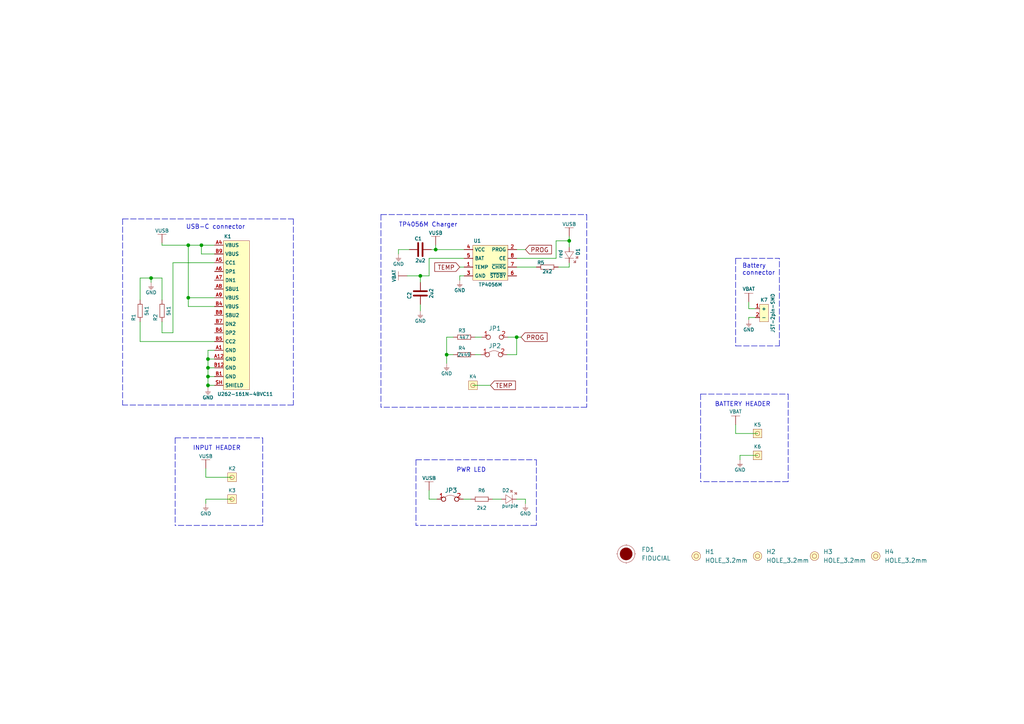
<source format=kicad_sch>
(kicad_sch (version 20211123) (generator eeschema)

  (uuid 7f68317b-3536-487d-83df-496c457e5776)

  (paper "A4")

  (title_block
    (title "LI-ION charger")
    (date "2021-06-16")
    (rev "V1.1.1.")
    (company "SOLDERED")
    (comment 1 "333013")
  )

  (lib_symbols
    (symbol "e-radionica.com schematics:0402LED" (pin_numbers hide) (pin_names (offset 0.254) hide) (in_bom yes) (on_board yes)
      (property "Reference" "D" (id 0) (at -0.635 2.54 0)
        (effects (font (size 1 1)))
      )
      (property "Value" "0402LED" (id 1) (at 0 -2.54 0)
        (effects (font (size 1 1)))
      )
      (property "Footprint" "e-radionica.com footprinti:0402LED" (id 2) (at 0 5.08 0)
        (effects (font (size 1 1)) hide)
      )
      (property "Datasheet" "" (id 3) (at 0 0 0)
        (effects (font (size 1 1)) hide)
      )
      (symbol "0402LED_0_1"
        (polyline
          (pts
            (xy -0.635 1.27)
            (xy 1.27 0)
          )
          (stroke (width 0.0006) (type default) (color 0 0 0 0))
          (fill (type none))
        )
        (polyline
          (pts
            (xy 0.635 1.905)
            (xy 1.27 2.54)
          )
          (stroke (width 0.0006) (type default) (color 0 0 0 0))
          (fill (type none))
        )
        (polyline
          (pts
            (xy 1.27 1.27)
            (xy 1.27 -1.27)
          )
          (stroke (width 0.0006) (type default) (color 0 0 0 0))
          (fill (type none))
        )
        (polyline
          (pts
            (xy 1.905 1.27)
            (xy 2.54 1.905)
          )
          (stroke (width 0.0006) (type default) (color 0 0 0 0))
          (fill (type none))
        )
        (polyline
          (pts
            (xy -0.635 1.27)
            (xy -0.635 -1.27)
            (xy 1.27 0)
          )
          (stroke (width 0.0006) (type default) (color 0 0 0 0))
          (fill (type none))
        )
        (polyline
          (pts
            (xy 1.27 2.54)
            (xy 0.635 2.54)
            (xy 1.27 1.905)
            (xy 1.27 2.54)
          )
          (stroke (width 0.0006) (type default) (color 0 0 0 0))
          (fill (type none))
        )
        (polyline
          (pts
            (xy 2.54 1.905)
            (xy 1.905 1.905)
            (xy 2.54 1.27)
            (xy 2.54 1.905)
          )
          (stroke (width 0.0006) (type default) (color 0 0 0 0))
          (fill (type none))
        )
      )
      (symbol "0402LED_1_1"
        (pin passive line (at -1.905 0 0) (length 1.27)
          (name "A" (effects (font (size 1.27 1.27))))
          (number "1" (effects (font (size 1.27 1.27))))
        )
        (pin passive line (at 2.54 0 180) (length 1.27)
          (name "K" (effects (font (size 1.27 1.27))))
          (number "2" (effects (font (size 1.27 1.27))))
        )
      )
    )
    (symbol "e-radionica.com schematics:0402LED_1" (pin_numbers hide) (pin_names (offset 0.254) hide) (in_bom yes) (on_board yes)
      (property "Reference" "D" (id 0) (at -0.635 2.54 0)
        (effects (font (size 1 1)))
      )
      (property "Value" "0402LED" (id 1) (at 0 -2.54 0)
        (effects (font (size 1 1)))
      )
      (property "Footprint" "e-radionica.com footprinti:0402LED" (id 2) (at 0 5.08 0)
        (effects (font (size 1 1)) hide)
      )
      (property "Datasheet" "" (id 3) (at 0 0 0)
        (effects (font (size 1 1)) hide)
      )
      (symbol "0402LED_1_0_1"
        (polyline
          (pts
            (xy -0.635 1.27)
            (xy 1.27 0)
          )
          (stroke (width 0.0006) (type default) (color 0 0 0 0))
          (fill (type none))
        )
        (polyline
          (pts
            (xy 0.635 1.905)
            (xy 1.27 2.54)
          )
          (stroke (width 0.0006) (type default) (color 0 0 0 0))
          (fill (type none))
        )
        (polyline
          (pts
            (xy 1.27 1.27)
            (xy 1.27 -1.27)
          )
          (stroke (width 0.0006) (type default) (color 0 0 0 0))
          (fill (type none))
        )
        (polyline
          (pts
            (xy 1.905 1.27)
            (xy 2.54 1.905)
          )
          (stroke (width 0.0006) (type default) (color 0 0 0 0))
          (fill (type none))
        )
        (polyline
          (pts
            (xy -0.635 1.27)
            (xy -0.635 -1.27)
            (xy 1.27 0)
          )
          (stroke (width 0.0006) (type default) (color 0 0 0 0))
          (fill (type none))
        )
        (polyline
          (pts
            (xy 1.27 2.54)
            (xy 0.635 2.54)
            (xy 1.27 1.905)
            (xy 1.27 2.54)
          )
          (stroke (width 0.0006) (type default) (color 0 0 0 0))
          (fill (type none))
        )
        (polyline
          (pts
            (xy 2.54 1.905)
            (xy 1.905 1.905)
            (xy 2.54 1.27)
            (xy 2.54 1.905)
          )
          (stroke (width 0.0006) (type default) (color 0 0 0 0))
          (fill (type none))
        )
      )
      (symbol "0402LED_1_1_1"
        (pin passive line (at -1.905 0 0) (length 1.27)
          (name "A" (effects (font (size 1.27 1.27))))
          (number "1" (effects (font (size 1.27 1.27))))
        )
        (pin passive line (at 2.54 0 180) (length 1.27)
          (name "K" (effects (font (size 1.27 1.27))))
          (number "2" (effects (font (size 1.27 1.27))))
        )
      )
    )
    (symbol "e-radionica.com schematics:0402R" (pin_numbers hide) (pin_names (offset 0.254)) (in_bom yes) (on_board yes)
      (property "Reference" "R" (id 0) (at -1.905 1.27 0)
        (effects (font (size 1 1)))
      )
      (property "Value" "0402R" (id 1) (at 0 -1.27 0)
        (effects (font (size 1 1)))
      )
      (property "Footprint" "e-radionica.com footprinti:0402R" (id 2) (at -2.54 1.905 0)
        (effects (font (size 1 1)) hide)
      )
      (property "Datasheet" "" (id 3) (at -2.54 1.905 0)
        (effects (font (size 1 1)) hide)
      )
      (symbol "0402R_0_1"
        (rectangle (start -1.905 -0.635) (end 1.905 -0.6604)
          (stroke (width 0.1) (type default) (color 0 0 0 0))
          (fill (type none))
        )
        (rectangle (start -1.905 0.635) (end -1.8796 -0.635)
          (stroke (width 0.1) (type default) (color 0 0 0 0))
          (fill (type none))
        )
        (rectangle (start -1.905 0.635) (end 1.905 0.6096)
          (stroke (width 0.1) (type default) (color 0 0 0 0))
          (fill (type none))
        )
        (rectangle (start 1.905 0.635) (end 1.9304 -0.635)
          (stroke (width 0.1) (type default) (color 0 0 0 0))
          (fill (type none))
        )
      )
      (symbol "0402R_1_1"
        (pin passive line (at -3.175 0 0) (length 1.27)
          (name "~" (effects (font (size 1.27 1.27))))
          (number "1" (effects (font (size 1.27 1.27))))
        )
        (pin passive line (at 3.175 0 180) (length 1.27)
          (name "~" (effects (font (size 1.27 1.27))))
          (number "2" (effects (font (size 1.27 1.27))))
        )
      )
    )
    (symbol "e-radionica.com schematics:0603C" (pin_numbers hide) (pin_names (offset 0.002)) (in_bom yes) (on_board yes)
      (property "Reference" "C" (id 0) (at -0.635 3.175 0)
        (effects (font (size 1 1)))
      )
      (property "Value" "0603C" (id 1) (at 0 -3.175 0)
        (effects (font (size 1 1)))
      )
      (property "Footprint" "e-radionica.com footprinti:0603C" (id 2) (at 0 0 0)
        (effects (font (size 1 1)) hide)
      )
      (property "Datasheet" "" (id 3) (at 0 0 0)
        (effects (font (size 1 1)) hide)
      )
      (symbol "0603C_0_1"
        (polyline
          (pts
            (xy -0.635 1.905)
            (xy -0.635 -1.905)
          )
          (stroke (width 0.5) (type default) (color 0 0 0 0))
          (fill (type none))
        )
        (polyline
          (pts
            (xy 0.635 1.905)
            (xy 0.635 -1.905)
          )
          (stroke (width 0.5) (type default) (color 0 0 0 0))
          (fill (type none))
        )
      )
      (symbol "0603C_1_1"
        (pin passive line (at -3.175 0 0) (length 2.54)
          (name "~" (effects (font (size 1.27 1.27))))
          (number "1" (effects (font (size 1.27 1.27))))
        )
        (pin passive line (at 3.175 0 180) (length 2.54)
          (name "~" (effects (font (size 1.27 1.27))))
          (number "2" (effects (font (size 1.27 1.27))))
        )
      )
    )
    (symbol "e-radionica.com schematics:0603R" (pin_numbers hide) (pin_names (offset 0.254)) (in_bom yes) (on_board yes)
      (property "Reference" "R" (id 0) (at -1.905 1.905 0)
        (effects (font (size 1 1)))
      )
      (property "Value" "0603R" (id 1) (at 0 -1.905 0)
        (effects (font (size 1 1)))
      )
      (property "Footprint" "e-radionica.com footprinti:0603R" (id 2) (at -0.635 1.905 0)
        (effects (font (size 1 1)) hide)
      )
      (property "Datasheet" "" (id 3) (at -0.635 1.905 0)
        (effects (font (size 1 1)) hide)
      )
      (symbol "0603R_0_1"
        (rectangle (start -1.905 -0.635) (end 1.905 -0.6604)
          (stroke (width 0.1) (type default) (color 0 0 0 0))
          (fill (type none))
        )
        (rectangle (start -1.905 0.635) (end -1.8796 -0.635)
          (stroke (width 0.1) (type default) (color 0 0 0 0))
          (fill (type none))
        )
        (rectangle (start -1.905 0.635) (end 1.905 0.6096)
          (stroke (width 0.1) (type default) (color 0 0 0 0))
          (fill (type none))
        )
        (rectangle (start 1.905 0.635) (end 1.9304 -0.635)
          (stroke (width 0.1) (type default) (color 0 0 0 0))
          (fill (type none))
        )
      )
      (symbol "0603R_1_1"
        (pin passive line (at -3.175 0 0) (length 1.27)
          (name "~" (effects (font (size 1.27 1.27))))
          (number "1" (effects (font (size 1.27 1.27))))
        )
        (pin passive line (at 3.175 0 180) (length 1.27)
          (name "~" (effects (font (size 1.27 1.27))))
          (number "2" (effects (font (size 1.27 1.27))))
        )
      )
    )
    (symbol "e-radionica.com schematics:0603R_1" (pin_numbers hide) (pin_names (offset 0.254)) (in_bom yes) (on_board yes)
      (property "Reference" "R" (id 0) (at -1.905 1.905 0)
        (effects (font (size 1 1)))
      )
      (property "Value" "0603R" (id 1) (at 0 -1.905 0)
        (effects (font (size 1 1)))
      )
      (property "Footprint" "e-radionica.com footprinti:0603R" (id 2) (at -0.635 1.905 0)
        (effects (font (size 1 1)) hide)
      )
      (property "Datasheet" "" (id 3) (at -0.635 1.905 0)
        (effects (font (size 1 1)) hide)
      )
      (symbol "0603R_1_0_1"
        (rectangle (start -1.905 -0.635) (end 1.905 -0.6604)
          (stroke (width 0.1) (type default) (color 0 0 0 0))
          (fill (type none))
        )
        (rectangle (start -1.905 0.635) (end -1.8796 -0.635)
          (stroke (width 0.1) (type default) (color 0 0 0 0))
          (fill (type none))
        )
        (rectangle (start -1.905 0.635) (end 1.905 0.6096)
          (stroke (width 0.1) (type default) (color 0 0 0 0))
          (fill (type none))
        )
        (rectangle (start 1.905 0.635) (end 1.9304 -0.635)
          (stroke (width 0.1) (type default) (color 0 0 0 0))
          (fill (type none))
        )
      )
      (symbol "0603R_1_1_1"
        (pin passive line (at -3.175 0 0) (length 1.27)
          (name "~" (effects (font (size 1.27 1.27))))
          (number "1" (effects (font (size 1.27 1.27))))
        )
        (pin passive line (at 3.175 0 180) (length 1.27)
          (name "~" (effects (font (size 1.27 1.27))))
          (number "2" (effects (font (size 1.27 1.27))))
        )
      )
    )
    (symbol "e-radionica.com schematics:0603R_2" (pin_numbers hide) (pin_names (offset 0.254)) (in_bom yes) (on_board yes)
      (property "Reference" "R" (id 0) (at -1.905 1.905 0)
        (effects (font (size 1 1)))
      )
      (property "Value" "0603R" (id 1) (at 0 -1.905 0)
        (effects (font (size 1 1)))
      )
      (property "Footprint" "e-radionica.com footprinti:0603R" (id 2) (at -0.635 1.905 0)
        (effects (font (size 1 1)) hide)
      )
      (property "Datasheet" "" (id 3) (at -0.635 1.905 0)
        (effects (font (size 1 1)) hide)
      )
      (symbol "0603R_2_0_1"
        (rectangle (start -1.905 -0.635) (end 1.905 -0.6604)
          (stroke (width 0.1) (type default) (color 0 0 0 0))
          (fill (type none))
        )
        (rectangle (start -1.905 0.635) (end -1.8796 -0.635)
          (stroke (width 0.1) (type default) (color 0 0 0 0))
          (fill (type none))
        )
        (rectangle (start -1.905 0.635) (end 1.905 0.6096)
          (stroke (width 0.1) (type default) (color 0 0 0 0))
          (fill (type none))
        )
        (rectangle (start 1.905 0.635) (end 1.9304 -0.635)
          (stroke (width 0.1) (type default) (color 0 0 0 0))
          (fill (type none))
        )
      )
      (symbol "0603R_2_1_1"
        (pin passive line (at -3.175 0 0) (length 1.27)
          (name "~" (effects (font (size 1.27 1.27))))
          (number "1" (effects (font (size 1.27 1.27))))
        )
        (pin passive line (at 3.175 0 180) (length 1.27)
          (name "~" (effects (font (size 1.27 1.27))))
          (number "2" (effects (font (size 1.27 1.27))))
        )
      )
    )
    (symbol "e-radionica.com schematics:FIDUCIAL" (in_bom no) (on_board yes)
      (property "Reference" "FD" (id 0) (at 0 3.81 0)
        (effects (font (size 1.27 1.27)))
      )
      (property "Value" "FIDUCIAL" (id 1) (at 0 -3.81 0)
        (effects (font (size 1.27 1.27)))
      )
      (property "Footprint" "e-radionica.com footprinti:FIDUCIAL_23" (id 2) (at 0.254 -5.334 0)
        (effects (font (size 1.27 1.27)) hide)
      )
      (property "Datasheet" "" (id 3) (at 0 0 0)
        (effects (font (size 1.27 1.27)) hide)
      )
      (symbol "FIDUCIAL_0_1"
        (polyline
          (pts
            (xy -2.54 0)
            (xy -2.794 0)
          )
          (stroke (width 0.0006) (type default) (color 0 0 0 0))
          (fill (type none))
        )
        (polyline
          (pts
            (xy 0 -2.54)
            (xy 0 -2.794)
          )
          (stroke (width 0.0006) (type default) (color 0 0 0 0))
          (fill (type none))
        )
        (polyline
          (pts
            (xy 0 2.54)
            (xy 0 2.794)
          )
          (stroke (width 0.0006) (type default) (color 0 0 0 0))
          (fill (type none))
        )
        (polyline
          (pts
            (xy 2.54 0)
            (xy 2.794 0)
          )
          (stroke (width 0.0006) (type default) (color 0 0 0 0))
          (fill (type none))
        )
        (circle (center 0 0) (radius 1.7961)
          (stroke (width 0.001) (type default) (color 0 0 0 0))
          (fill (type outline))
        )
        (circle (center 0 0) (radius 2.54)
          (stroke (width 0.0006) (type default) (color 0 0 0 0))
          (fill (type none))
        )
      )
    )
    (symbol "e-radionica.com schematics:GND" (power) (pin_names (offset 0)) (in_bom yes) (on_board yes)
      (property "Reference" "#PWR" (id 0) (at 4.445 0 0)
        (effects (font (size 1 1)) hide)
      )
      (property "Value" "GND" (id 1) (at 0 -2.921 0)
        (effects (font (size 1 1)))
      )
      (property "Footprint" "" (id 2) (at 4.445 3.81 0)
        (effects (font (size 1 1)) hide)
      )
      (property "Datasheet" "" (id 3) (at 4.445 3.81 0)
        (effects (font (size 1 1)) hide)
      )
      (property "ki_keywords" "power-flag" (id 4) (at 0 0 0)
        (effects (font (size 1.27 1.27)) hide)
      )
      (property "ki_description" "Power symbol creates a global label with name \"+3V3\"" (id 5) (at 0 0 0)
        (effects (font (size 1.27 1.27)) hide)
      )
      (symbol "GND_0_1"
        (polyline
          (pts
            (xy -0.762 -1.27)
            (xy 0.762 -1.27)
          )
          (stroke (width 0.0006) (type default) (color 0 0 0 0))
          (fill (type none))
        )
        (polyline
          (pts
            (xy -0.635 -1.524)
            (xy 0.635 -1.524)
          )
          (stroke (width 0.0006) (type default) (color 0 0 0 0))
          (fill (type none))
        )
        (polyline
          (pts
            (xy -0.381 -1.778)
            (xy 0.381 -1.778)
          )
          (stroke (width 0.0006) (type default) (color 0 0 0 0))
          (fill (type none))
        )
        (polyline
          (pts
            (xy -0.127 -2.032)
            (xy 0.127 -2.032)
          )
          (stroke (width 0.0006) (type default) (color 0 0 0 0))
          (fill (type none))
        )
        (polyline
          (pts
            (xy 0 0)
            (xy 0 -1.27)
          )
          (stroke (width 0.0006) (type default) (color 0 0 0 0))
          (fill (type none))
        )
      )
      (symbol "GND_1_1"
        (pin power_in line (at 0 0 270) (length 0) hide
          (name "GND" (effects (font (size 1.27 1.27))))
          (number "1" (effects (font (size 1.27 1.27))))
        )
      )
    )
    (symbol "e-radionica.com schematics:GND_1" (power) (pin_names (offset 0)) (in_bom yes) (on_board yes)
      (property "Reference" "#PWR" (id 0) (at 4.445 0 0)
        (effects (font (size 1 1)) hide)
      )
      (property "Value" "GND" (id 1) (at 0 -2.921 0)
        (effects (font (size 1 1)))
      )
      (property "Footprint" "" (id 2) (at 4.445 3.81 0)
        (effects (font (size 1 1)) hide)
      )
      (property "Datasheet" "" (id 3) (at 4.445 3.81 0)
        (effects (font (size 1 1)) hide)
      )
      (property "ki_keywords" "power-flag" (id 4) (at 0 0 0)
        (effects (font (size 1.27 1.27)) hide)
      )
      (property "ki_description" "Power symbol creates a global label with name \"+3V3\"" (id 5) (at 0 0 0)
        (effects (font (size 1.27 1.27)) hide)
      )
      (symbol "GND_1_0_1"
        (polyline
          (pts
            (xy -0.762 -1.27)
            (xy 0.762 -1.27)
          )
          (stroke (width 0.0006) (type default) (color 0 0 0 0))
          (fill (type none))
        )
        (polyline
          (pts
            (xy -0.635 -1.524)
            (xy 0.635 -1.524)
          )
          (stroke (width 0.0006) (type default) (color 0 0 0 0))
          (fill (type none))
        )
        (polyline
          (pts
            (xy -0.381 -1.778)
            (xy 0.381 -1.778)
          )
          (stroke (width 0.0006) (type default) (color 0 0 0 0))
          (fill (type none))
        )
        (polyline
          (pts
            (xy -0.127 -2.032)
            (xy 0.127 -2.032)
          )
          (stroke (width 0.0006) (type default) (color 0 0 0 0))
          (fill (type none))
        )
        (polyline
          (pts
            (xy 0 0)
            (xy 0 -1.27)
          )
          (stroke (width 0.0006) (type default) (color 0 0 0 0))
          (fill (type none))
        )
      )
      (symbol "GND_1_1_1"
        (pin power_in line (at 0 0 270) (length 0) hide
          (name "GND" (effects (font (size 1.27 1.27))))
          (number "1" (effects (font (size 1.27 1.27))))
        )
      )
    )
    (symbol "e-radionica.com schematics:GND_3" (power) (pin_names (offset 0)) (in_bom yes) (on_board yes)
      (property "Reference" "#PWR" (id 0) (at 4.445 0 0)
        (effects (font (size 1 1)) hide)
      )
      (property "Value" "GND" (id 1) (at 0 -2.921 0)
        (effects (font (size 1 1)))
      )
      (property "Footprint" "" (id 2) (at 4.445 3.81 0)
        (effects (font (size 1 1)) hide)
      )
      (property "Datasheet" "" (id 3) (at 4.445 3.81 0)
        (effects (font (size 1 1)) hide)
      )
      (property "ki_keywords" "power-flag" (id 4) (at 0 0 0)
        (effects (font (size 1.27 1.27)) hide)
      )
      (property "ki_description" "Power symbol creates a global label with name \"+3V3\"" (id 5) (at 0 0 0)
        (effects (font (size 1.27 1.27)) hide)
      )
      (symbol "GND_3_0_1"
        (polyline
          (pts
            (xy -0.762 -1.27)
            (xy 0.762 -1.27)
          )
          (stroke (width 0.0006) (type default) (color 0 0 0 0))
          (fill (type none))
        )
        (polyline
          (pts
            (xy -0.635 -1.524)
            (xy 0.635 -1.524)
          )
          (stroke (width 0.0006) (type default) (color 0 0 0 0))
          (fill (type none))
        )
        (polyline
          (pts
            (xy -0.381 -1.778)
            (xy 0.381 -1.778)
          )
          (stroke (width 0.0006) (type default) (color 0 0 0 0))
          (fill (type none))
        )
        (polyline
          (pts
            (xy -0.127 -2.032)
            (xy 0.127 -2.032)
          )
          (stroke (width 0.0006) (type default) (color 0 0 0 0))
          (fill (type none))
        )
        (polyline
          (pts
            (xy 0 0)
            (xy 0 -1.27)
          )
          (stroke (width 0.0006) (type default) (color 0 0 0 0))
          (fill (type none))
        )
      )
      (symbol "GND_3_1_1"
        (pin power_in line (at 0 0 270) (length 0) hide
          (name "GND" (effects (font (size 1.27 1.27))))
          (number "1" (effects (font (size 1.27 1.27))))
        )
      )
    )
    (symbol "e-radionica.com schematics:GND_5" (power) (pin_names (offset 0)) (in_bom yes) (on_board yes)
      (property "Reference" "#PWR" (id 0) (at 4.445 0 0)
        (effects (font (size 1 1)) hide)
      )
      (property "Value" "GND" (id 1) (at 0 -2.921 0)
        (effects (font (size 1 1)))
      )
      (property "Footprint" "" (id 2) (at 4.445 3.81 0)
        (effects (font (size 1 1)) hide)
      )
      (property "Datasheet" "" (id 3) (at 4.445 3.81 0)
        (effects (font (size 1 1)) hide)
      )
      (property "ki_keywords" "power-flag" (id 4) (at 0 0 0)
        (effects (font (size 1.27 1.27)) hide)
      )
      (property "ki_description" "Power symbol creates a global label with name \"+3V3\"" (id 5) (at 0 0 0)
        (effects (font (size 1.27 1.27)) hide)
      )
      (symbol "GND_5_0_1"
        (polyline
          (pts
            (xy -0.762 -1.27)
            (xy 0.762 -1.27)
          )
          (stroke (width 0.0006) (type default) (color 0 0 0 0))
          (fill (type none))
        )
        (polyline
          (pts
            (xy -0.635 -1.524)
            (xy 0.635 -1.524)
          )
          (stroke (width 0.0006) (type default) (color 0 0 0 0))
          (fill (type none))
        )
        (polyline
          (pts
            (xy -0.381 -1.778)
            (xy 0.381 -1.778)
          )
          (stroke (width 0.0006) (type default) (color 0 0 0 0))
          (fill (type none))
        )
        (polyline
          (pts
            (xy -0.127 -2.032)
            (xy 0.127 -2.032)
          )
          (stroke (width 0.0006) (type default) (color 0 0 0 0))
          (fill (type none))
        )
        (polyline
          (pts
            (xy 0 0)
            (xy 0 -1.27)
          )
          (stroke (width 0.0006) (type default) (color 0 0 0 0))
          (fill (type none))
        )
      )
      (symbol "GND_5_1_1"
        (pin power_in line (at 0 0 270) (length 0) hide
          (name "GND" (effects (font (size 1.27 1.27))))
          (number "1" (effects (font (size 1.27 1.27))))
        )
      )
    )
    (symbol "e-radionica.com schematics:GND_8" (power) (pin_names (offset 0)) (in_bom yes) (on_board yes)
      (property "Reference" "#PWR" (id 0) (at 4.445 0 0)
        (effects (font (size 1 1)) hide)
      )
      (property "Value" "GND" (id 1) (at 0 -2.921 0)
        (effects (font (size 1 1)))
      )
      (property "Footprint" "" (id 2) (at 4.445 3.81 0)
        (effects (font (size 1 1)) hide)
      )
      (property "Datasheet" "" (id 3) (at 4.445 3.81 0)
        (effects (font (size 1 1)) hide)
      )
      (property "ki_keywords" "power-flag" (id 4) (at 0 0 0)
        (effects (font (size 1.27 1.27)) hide)
      )
      (property "ki_description" "Power symbol creates a global label with name \"+3V3\"" (id 5) (at 0 0 0)
        (effects (font (size 1.27 1.27)) hide)
      )
      (symbol "GND_8_0_1"
        (polyline
          (pts
            (xy -0.762 -1.27)
            (xy 0.762 -1.27)
          )
          (stroke (width 0.0006) (type default) (color 0 0 0 0))
          (fill (type none))
        )
        (polyline
          (pts
            (xy -0.635 -1.524)
            (xy 0.635 -1.524)
          )
          (stroke (width 0.0006) (type default) (color 0 0 0 0))
          (fill (type none))
        )
        (polyline
          (pts
            (xy -0.381 -1.778)
            (xy 0.381 -1.778)
          )
          (stroke (width 0.0006) (type default) (color 0 0 0 0))
          (fill (type none))
        )
        (polyline
          (pts
            (xy -0.127 -2.032)
            (xy 0.127 -2.032)
          )
          (stroke (width 0.0006) (type default) (color 0 0 0 0))
          (fill (type none))
        )
        (polyline
          (pts
            (xy 0 0)
            (xy 0 -1.27)
          )
          (stroke (width 0.0006) (type default) (color 0 0 0 0))
          (fill (type none))
        )
      )
      (symbol "GND_8_1_1"
        (pin power_in line (at 0 0 270) (length 0) hide
          (name "GND" (effects (font (size 1.27 1.27))))
          (number "1" (effects (font (size 1.27 1.27))))
        )
      )
    )
    (symbol "e-radionica.com schematics:HEADER_MALE_1X1" (pin_numbers hide) (pin_names hide) (in_bom yes) (on_board yes)
      (property "Reference" "K" (id 0) (at -0.635 2.54 0)
        (effects (font (size 1 1)))
      )
      (property "Value" "HEADER_MALE_1X1" (id 1) (at 0 -2.54 0)
        (effects (font (size 1 1)))
      )
      (property "Footprint" "e-radionica.com footprinti:HEADER_MALE_1X1" (id 2) (at 0 0 0)
        (effects (font (size 1 1)) hide)
      )
      (property "Datasheet" "" (id 3) (at 0 0 0)
        (effects (font (size 1 1)) hide)
      )
      (symbol "HEADER_MALE_1X1_0_1"
        (rectangle (start -1.27 1.27) (end 1.27 -1.27)
          (stroke (width 0.001) (type default) (color 0 0 0 0))
          (fill (type background))
        )
        (circle (center 0 0) (radius 0.635)
          (stroke (width 0.0006) (type default) (color 0 0 0 0))
          (fill (type none))
        )
      )
      (symbol "HEADER_MALE_1X1_1_1"
        (pin passive line (at 0 0 180) (length 0)
          (name "~" (effects (font (size 1 1))))
          (number "1" (effects (font (size 1 1))))
        )
      )
    )
    (symbol "e-radionica.com schematics:HOLE_3.2mm" (pin_numbers hide) (pin_names hide) (in_bom yes) (on_board yes)
      (property "Reference" "H" (id 0) (at 0 2.54 0)
        (effects (font (size 1.27 1.27)))
      )
      (property "Value" "HOLE_3.2mm" (id 1) (at 0 -2.54 0)
        (effects (font (size 1.27 1.27)))
      )
      (property "Footprint" "e-radionica.com footprinti:HOLE_3.2mm" (id 2) (at 0 0 0)
        (effects (font (size 1.27 1.27)) hide)
      )
      (property "Datasheet" "" (id 3) (at 0 0 0)
        (effects (font (size 1.27 1.27)) hide)
      )
      (symbol "HOLE_3.2mm_0_1"
        (circle (center 0 0) (radius 0.635)
          (stroke (width 0.0006) (type default) (color 0 0 0 0))
          (fill (type none))
        )
        (circle (center 0 0) (radius 1.27)
          (stroke (width 0.001) (type default) (color 0 0 0 0))
          (fill (type background))
        )
      )
    )
    (symbol "e-radionica.com schematics:JST-2pin-SMD" (in_bom yes) (on_board yes)
      (property "Reference" "K" (id 0) (at -1.27 5.08 0)
        (effects (font (size 1 1)))
      )
      (property "Value" "JST-2pin-SMD" (id 1) (at 0 -2.54 0)
        (effects (font (size 1 1)))
      )
      (property "Footprint" "e-radionica.com footprinti:JST-2pin-SMD" (id 2) (at 0 0 0)
        (effects (font (size 1 1)) hide)
      )
      (property "Datasheet" "" (id 3) (at 0 0 0)
        (effects (font (size 1 1)) hide)
      )
      (symbol "JST-2pin-SMD_0_1"
        (rectangle (start -2.54 3.81) (end 0 -1.27)
          (stroke (width 0.001) (type default) (color 0 0 0 0))
          (fill (type background))
        )
      )
      (symbol "JST-2pin-SMD_1_1"
        (pin passive line (at 1.27 0 180) (length 1.27)
          (name "+" (effects (font (size 1 1))))
          (number "1" (effects (font (size 1 1))))
        )
        (pin passive line (at 1.27 2.54 180) (length 1.27)
          (name "-" (effects (font (size 1 1))))
          (number "2" (effects (font (size 1 1))))
        )
      )
    )
    (symbol "e-radionica.com schematics:SMD-JUMPER-CONNECTED" (in_bom yes) (on_board yes)
      (property "Reference" "JP" (id 0) (at 0 3.556 0)
        (effects (font (size 1.27 1.27)))
      )
      (property "Value" "SMD-JUMPER-CONNECTED" (id 1) (at 0 -2.54 0)
        (effects (font (size 1.27 1.27)))
      )
      (property "Footprint" "e-radionica.com footprinti:SMD_JUMPER_CONNECTED" (id 2) (at 0 0 0)
        (effects (font (size 1.27 1.27)) hide)
      )
      (property "Datasheet" "" (id 3) (at 0 0 0)
        (effects (font (size 1.27 1.27)) hide)
      )
      (symbol "SMD-JUMPER-CONNECTED_0_1"
        (arc (start 1.397 0.5842) (mid -0.2077 1.1365) (end -1.8034 0.5588)
          (stroke (width 0.0006) (type default) (color 0 0 0 0))
          (fill (type none))
        )
      )
      (symbol "SMD-JUMPER-CONNECTED_1_1"
        (pin passive inverted (at -4.064 0 0) (length 2.54)
          (name "" (effects (font (size 1.27 1.27))))
          (number "1" (effects (font (size 1.27 1.27))))
        )
        (pin passive inverted (at 3.556 0 180) (length 2.54)
          (name "" (effects (font (size 1.27 1.27))))
          (number "2" (effects (font (size 1.27 1.27))))
        )
      )
    )
    (symbol "e-radionica.com schematics:SMD-JUMPER-CONNECTED_TRACE_SLODERMASK" (in_bom yes) (on_board yes)
      (property "Reference" "JP" (id 0) (at 0 3.556 0)
        (effects (font (size 1.27 1.27)))
      )
      (property "Value" "SMD-JUMPER-CONNECTED_TRACE_SLODERMASK" (id 1) (at 0 -2.54 0)
        (effects (font (size 1.27 1.27)))
      )
      (property "Footprint" "e-radionica.com footprinti:SMD-JUMPER-CONNECTED_TRACE_SLODERMASK" (id 2) (at 0 -5.715 0)
        (effects (font (size 1.27 1.27)) hide)
      )
      (property "Datasheet" "" (id 3) (at 0 0 0)
        (effects (font (size 1.27 1.27)) hide)
      )
      (symbol "SMD-JUMPER-CONNECTED_TRACE_SLODERMASK_0_1"
        (arc (start 1.397 0.5842) (mid -0.2077 1.1365) (end -1.8034 0.5588)
          (stroke (width 0.0006) (type default) (color 0 0 0 0))
          (fill (type none))
        )
      )
      (symbol "SMD-JUMPER-CONNECTED_TRACE_SLODERMASK_1_1"
        (pin passive inverted (at -4.064 0 0) (length 2.54)
          (name "" (effects (font (size 1.27 1.27))))
          (number "1" (effects (font (size 1.27 1.27))))
        )
        (pin passive inverted (at 3.556 0 180) (length 2.54)
          (name "" (effects (font (size 1.27 1.27))))
          (number "2" (effects (font (size 1.27 1.27))))
        )
      )
    )
    (symbol "e-radionica.com schematics:SMD_JUMPER" (in_bom yes) (on_board yes)
      (property "Reference" "JP" (id 0) (at 0 1.397 0)
        (effects (font (size 1.27 1.27)))
      )
      (property "Value" "SMD_JUMPER" (id 1) (at 0.508 -3.048 0)
        (effects (font (size 1.27 1.27)))
      )
      (property "Footprint" "e-radionica.com footprinti:SMD_JUMPER" (id 2) (at 0 0 0)
        (effects (font (size 1.27 1.27)) hide)
      )
      (property "Datasheet" "" (id 3) (at 0 0 0)
        (effects (font (size 1.27 1.27)) hide)
      )
      (symbol "SMD_JUMPER_1_1"
        (pin passive inverted (at -3.81 0 0) (length 2.54)
          (name "" (effects (font (size 1.27 1.27))))
          (number "1" (effects (font (size 1.27 1.27))))
        )
        (pin passive inverted (at 3.81 0 180) (length 2.54)
          (name "" (effects (font (size 1.27 1.27))))
          (number "2" (effects (font (size 1.27 1.27))))
        )
      )
    )
    (symbol "e-radionica.com schematics:TP4056M" (in_bom yes) (on_board yes)
      (property "Reference" "U" (id 0) (at -3.81 5.08 0)
        (effects (font (size 1 1)))
      )
      (property "Value" "TP4056M" (id 1) (at 0 -7.62 0)
        (effects (font (size 1 1)))
      )
      (property "Footprint" "e-radionica.com footprinti:TP4056M-MSOP8" (id 2) (at 0 0 0)
        (effects (font (size 1 1)) hide)
      )
      (property "Datasheet" "" (id 3) (at 0 0 0)
        (effects (font (size 1 1)) hide)
      )
      (symbol "TP4056M_0_1"
        (rectangle (start -5.08 3.81) (end 5.08 -6.35)
          (stroke (width 0.001) (type default) (color 0 0 0 0))
          (fill (type background))
        )
      )
      (symbol "TP4056M_1_1"
        (pin passive line (at -7.62 -2.54 0) (length 2.54)
          (name "TEMP" (effects (font (size 1 1))))
          (number "1" (effects (font (size 1 1))))
        )
        (pin passive line (at 7.62 2.54 180) (length 2.54)
          (name "PROG" (effects (font (size 1 1))))
          (number "2" (effects (font (size 1 1))))
        )
        (pin passive line (at -7.62 -5.08 0) (length 2.54)
          (name "GND" (effects (font (size 1 1))))
          (number "3" (effects (font (size 1 1))))
        )
        (pin passive line (at -7.62 2.54 0) (length 2.54)
          (name "VCC" (effects (font (size 1 1))))
          (number "4" (effects (font (size 1 1))))
        )
        (pin passive line (at -7.62 0 0) (length 2.54)
          (name "BAT" (effects (font (size 1 1))))
          (number "5" (effects (font (size 1 1))))
        )
        (pin passive line (at 7.62 -5.08 180) (length 2.54)
          (name "~{STDBY}" (effects (font (size 1 1))))
          (number "6" (effects (font (size 1 1))))
        )
        (pin passive line (at 7.62 -2.54 180) (length 2.54)
          (name "~{CHRG}" (effects (font (size 1 1))))
          (number "7" (effects (font (size 1 1))))
        )
        (pin passive line (at 7.62 0 180) (length 2.54)
          (name "CE" (effects (font (size 1 1))))
          (number "8" (effects (font (size 1 1))))
        )
      )
    )
    (symbol "e-radionica.com schematics:U262-161N-4BVC11" (in_bom yes) (on_board yes)
      (property "Reference" "K" (id 0) (at 0 22.86 0)
        (effects (font (size 1 1)))
      )
      (property "Value" "U262-161N-4BVC11" (id 1) (at 2.54 -22.86 0)
        (effects (font (size 1 1)))
      )
      (property "Footprint" "e-radionica.com footprinti:U262-161N-4BVC11" (id 2) (at 1.27 -3.81 0)
        (effects (font (size 1 1)) hide)
      )
      (property "Datasheet" "" (id 3) (at 1.27 -3.81 0)
        (effects (font (size 1 1)) hide)
      )
      (property "ki_keywords" "USBC USB-C USB" (id 4) (at 0 0 0)
        (effects (font (size 1.27 1.27)) hide)
      )
      (symbol "U262-161N-4BVC11_0_1"
        (rectangle (start -1.27 21.59) (end 6.35 -21.59)
          (stroke (width 0.001) (type default) (color 0 0 0 0))
          (fill (type background))
        )
      )
      (symbol "U262-161N-4BVC11_1_1"
        (pin passive line (at -3.81 -10.16 0) (length 2.54)
          (name "GND" (effects (font (size 1 1))))
          (number "A1" (effects (font (size 1 1))))
        )
        (pin passive line (at -3.81 -12.7 0) (length 2.54)
          (name "GND" (effects (font (size 1 1))))
          (number "A12" (effects (font (size 1 1))))
        )
        (pin passive line (at -3.81 20.32 0) (length 2.54)
          (name "VBUS" (effects (font (size 1 1))))
          (number "A4" (effects (font (size 1 1))))
        )
        (pin passive line (at -3.81 15.24 0) (length 2.54)
          (name "CC1" (effects (font (size 1 1))))
          (number "A5" (effects (font (size 1 1))))
        )
        (pin passive line (at -3.81 12.7 0) (length 2.54)
          (name "DP1" (effects (font (size 1 1))))
          (number "A6" (effects (font (size 1 1))))
        )
        (pin passive line (at -3.81 10.16 0) (length 2.54)
          (name "DN1" (effects (font (size 1 1))))
          (number "A7" (effects (font (size 1 1))))
        )
        (pin passive line (at -3.81 7.62 0) (length 2.54)
          (name "SBU1" (effects (font (size 1 1))))
          (number "A8" (effects (font (size 1 1))))
        )
        (pin passive line (at -3.81 5.08 0) (length 2.54)
          (name "VBUS" (effects (font (size 1 1))))
          (number "A9" (effects (font (size 1 1))))
        )
        (pin passive line (at -3.81 -17.78 0) (length 2.54)
          (name "GND" (effects (font (size 1 1))))
          (number "B1" (effects (font (size 1 1))))
        )
        (pin passive line (at -3.81 -15.24 0) (length 2.54)
          (name "GND" (effects (font (size 1 1))))
          (number "B12" (effects (font (size 1 1))))
        )
        (pin passive line (at -3.81 2.54 0) (length 2.54)
          (name "VBUS" (effects (font (size 1 1))))
          (number "B4" (effects (font (size 1 1))))
        )
        (pin passive line (at -3.81 -7.62 0) (length 2.54)
          (name "CC2" (effects (font (size 1 1))))
          (number "B5" (effects (font (size 1 1))))
        )
        (pin passive line (at -3.81 -5.08 0) (length 2.54)
          (name "DP2" (effects (font (size 1 1))))
          (number "B6" (effects (font (size 1 1))))
        )
        (pin passive line (at -3.81 -2.54 0) (length 2.54)
          (name "DN2" (effects (font (size 1 1))))
          (number "B7" (effects (font (size 1 1))))
        )
        (pin passive line (at -3.81 0 0) (length 2.54)
          (name "SBU2" (effects (font (size 1 1))))
          (number "B8" (effects (font (size 1 1))))
        )
        (pin passive line (at -3.81 17.78 0) (length 2.54)
          (name "VBUS" (effects (font (size 1 1))))
          (number "B9" (effects (font (size 1 1))))
        )
        (pin passive line (at -3.81 -20.32 0) (length 2.54)
          (name "SHIELD" (effects (font (size 1 1))))
          (number "SH" (effects (font (size 1 1))))
        )
      )
    )
    (symbol "e-radionica.com schematics:VBAT" (power) (pin_names (offset 0)) (in_bom yes) (on_board yes)
      (property "Reference" "#PWR" (id 0) (at 4.445 0 0)
        (effects (font (size 1 1)) hide)
      )
      (property "Value" "VBAT" (id 1) (at 0 3.556 0)
        (effects (font (size 1 1)))
      )
      (property "Footprint" "" (id 2) (at 4.445 3.81 0)
        (effects (font (size 1 1)) hide)
      )
      (property "Datasheet" "" (id 3) (at 4.445 3.81 0)
        (effects (font (size 1 1)) hide)
      )
      (property "ki_keywords" "power-flag" (id 4) (at 0 0 0)
        (effects (font (size 1.27 1.27)) hide)
      )
      (property "ki_description" "Power symbol creates a global label with name \"+3V3\"" (id 5) (at 0 0 0)
        (effects (font (size 1.27 1.27)) hide)
      )
      (symbol "VBAT_0_1"
        (polyline
          (pts
            (xy -1.27 2.54)
            (xy 1.27 2.54)
          )
          (stroke (width 0.0006) (type default) (color 0 0 0 0))
          (fill (type none))
        )
        (polyline
          (pts
            (xy 0 0)
            (xy 0 2.54)
          )
          (stroke (width 0) (type default) (color 0 0 0 0))
          (fill (type none))
        )
      )
      (symbol "VBAT_1_1"
        (pin power_in line (at 0 0 90) (length 0) hide
          (name "VBAT" (effects (font (size 1.27 1.27))))
          (number "1" (effects (font (size 1.27 1.27))))
        )
      )
    )
    (symbol "e-radionica.com schematics:VUSB" (power) (pin_names (offset 0)) (in_bom yes) (on_board yes)
      (property "Reference" "#PWR" (id 0) (at 4.445 0 0)
        (effects (font (size 1 1)) hide)
      )
      (property "Value" "VUSB" (id 1) (at 0 3.556 0)
        (effects (font (size 1 1)))
      )
      (property "Footprint" "" (id 2) (at 4.445 3.81 0)
        (effects (font (size 1 1)) hide)
      )
      (property "Datasheet" "" (id 3) (at 4.445 3.81 0)
        (effects (font (size 1 1)) hide)
      )
      (property "ki_keywords" "power-flag" (id 4) (at 0 0 0)
        (effects (font (size 1.27 1.27)) hide)
      )
      (property "ki_description" "Power symbol creates a global label with name \"+3V3\"" (id 5) (at 0 0 0)
        (effects (font (size 1.27 1.27)) hide)
      )
      (symbol "VUSB_0_1"
        (polyline
          (pts
            (xy -1.27 2.54)
            (xy 1.27 2.54)
          )
          (stroke (width 0.0006) (type default) (color 0 0 0 0))
          (fill (type none))
        )
        (polyline
          (pts
            (xy 0 0)
            (xy 0 2.54)
          )
          (stroke (width 0) (type default) (color 0 0 0 0))
          (fill (type none))
        )
      )
      (symbol "VUSB_1_1"
        (pin power_in line (at 0 0 90) (length 0) hide
          (name "VUSB" (effects (font (size 1.27 1.27))))
          (number "1" (effects (font (size 1.27 1.27))))
        )
      )
    )
    (symbol "e-radionica.com schematics:VUSB_2" (power) (pin_names (offset 0)) (in_bom yes) (on_board yes)
      (property "Reference" "#PWR" (id 0) (at 4.445 0 0)
        (effects (font (size 1 1)) hide)
      )
      (property "Value" "VUSB" (id 1) (at 0 3.556 0)
        (effects (font (size 1 1)))
      )
      (property "Footprint" "" (id 2) (at 4.445 3.81 0)
        (effects (font (size 1 1)) hide)
      )
      (property "Datasheet" "" (id 3) (at 4.445 3.81 0)
        (effects (font (size 1 1)) hide)
      )
      (property "ki_keywords" "power-flag" (id 4) (at 0 0 0)
        (effects (font (size 1.27 1.27)) hide)
      )
      (property "ki_description" "Power symbol creates a global label with name \"+3V3\"" (id 5) (at 0 0 0)
        (effects (font (size 1.27 1.27)) hide)
      )
      (symbol "VUSB_2_0_1"
        (polyline
          (pts
            (xy -1.27 2.54)
            (xy 1.27 2.54)
          )
          (stroke (width 0.0006) (type default) (color 0 0 0 0))
          (fill (type none))
        )
        (polyline
          (pts
            (xy 0 0)
            (xy 0 2.54)
          )
          (stroke (width 0) (type default) (color 0 0 0 0))
          (fill (type none))
        )
      )
      (symbol "VUSB_2_1_1"
        (pin power_in line (at 0 0 90) (length 0) hide
          (name "VUSB" (effects (font (size 1.27 1.27))))
          (number "1" (effects (font (size 1.27 1.27))))
        )
      )
    )
    (symbol "e-radionica.com schematics:VUSB_4" (power) (pin_names (offset 0)) (in_bom yes) (on_board yes)
      (property "Reference" "#PWR" (id 0) (at 4.445 0 0)
        (effects (font (size 1 1)) hide)
      )
      (property "Value" "VUSB" (id 1) (at 0 3.556 0)
        (effects (font (size 1 1)))
      )
      (property "Footprint" "" (id 2) (at 4.445 3.81 0)
        (effects (font (size 1 1)) hide)
      )
      (property "Datasheet" "" (id 3) (at 4.445 3.81 0)
        (effects (font (size 1 1)) hide)
      )
      (property "ki_keywords" "power-flag" (id 4) (at 0 0 0)
        (effects (font (size 1.27 1.27)) hide)
      )
      (property "ki_description" "Power symbol creates a global label with name \"+3V3\"" (id 5) (at 0 0 0)
        (effects (font (size 1.27 1.27)) hide)
      )
      (symbol "VUSB_4_0_1"
        (polyline
          (pts
            (xy -1.27 2.54)
            (xy 1.27 2.54)
          )
          (stroke (width 0.0006) (type default) (color 0 0 0 0))
          (fill (type none))
        )
        (polyline
          (pts
            (xy 0 0)
            (xy 0 2.54)
          )
          (stroke (width 0) (type default) (color 0 0 0 0))
          (fill (type none))
        )
      )
      (symbol "VUSB_4_1_1"
        (pin power_in line (at 0 0 90) (length 0) hide
          (name "VUSB" (effects (font (size 1.27 1.27))))
          (number "1" (effects (font (size 1.27 1.27))))
        )
      )
    )
  )

  (junction (at 121.92 80.01) (diameter 0.9144) (color 0 0 0 0)
    (uuid 009a4fb4-fcc0-4623-ae5d-c1bae3219583)
  )
  (junction (at 129.54 102.87) (diameter 0.9144) (color 0 0 0 0)
    (uuid 2dc54bac-8640-4dd7-b8ed-3c7acb01a8ea)
  )
  (junction (at 60.325 109.22) (diameter 0.9144) (color 0 0 0 0)
    (uuid 37f31dec-63fc-4634-a141-5dc5d2b60fe4)
  )
  (junction (at 165.1 69.85) (diameter 0.9144) (color 0 0 0 0)
    (uuid 70fb572d-d5ec-41e7-9482-63d4578b4f47)
  )
  (junction (at 60.325 106.68) (diameter 0.9144) (color 0 0 0 0)
    (uuid 88668202-3f0b-4d07-84d4-dcd790f57272)
  )
  (junction (at 60.325 111.76) (diameter 0.9144) (color 0 0 0 0)
    (uuid 91c1eb0a-67ae-4ef0-95ce-d060a03a7313)
  )
  (junction (at 43.815 80.645) (diameter 0.9144) (color 0 0 0 0)
    (uuid b1ddb058-f7b2-429c-9489-f4e2242ad7e5)
  )
  (junction (at 58.42 71.12) (diameter 0.9144) (color 0 0 0 0)
    (uuid c106154f-d948-43e5-abfa-e1b96055d91b)
  )
  (junction (at 60.325 104.14) (diameter 0.9144) (color 0 0 0 0)
    (uuid c24d6ac8-802d-4df3-a210-9cb1f693e865)
  )
  (junction (at 126.365 72.39) (diameter 0.9144) (color 0 0 0 0)
    (uuid cf386a39-fc62-49dd-8ec5-e044f6bd67ce)
  )
  (junction (at 149.86 97.79) (diameter 0.9144) (color 0 0 0 0)
    (uuid eae0ab9f-65b2-44d3-aba7-873c3227fba7)
  )
  (junction (at 54.61 71.12) (diameter 0.9144) (color 0 0 0 0)
    (uuid eee16674-2d21-45b6-ab5e-d669125df26c)
  )
  (junction (at 54.61 86.36) (diameter 0.9144) (color 0 0 0 0)
    (uuid f449bd37-cc90-4487-aee6-2a20b8d2843a)
  )

  (polyline (pts (xy 155.575 152.4) (xy 120.65 152.4))
    (stroke (width 0) (type dash) (color 0 0 0 0))
    (uuid 00085ceb-bf7c-428c-af36-49542c2c7005)
  )

  (wire (pts (xy 43.815 80.645) (xy 46.99 80.645))
    (stroke (width 0) (type solid) (color 0 0 0 0))
    (uuid 00ff5e82-c439-4212-ad71-7f259f8bb02e)
  )
  (wire (pts (xy 147.066 102.87) (xy 149.86 102.87))
    (stroke (width 0) (type solid) (color 0 0 0 0))
    (uuid 06470491-fc90-4663-b96e-99d71e84ed73)
  )
  (wire (pts (xy 149.86 97.79) (xy 151.13 97.79))
    (stroke (width 0) (type solid) (color 0 0 0 0))
    (uuid 06470491-fc90-4663-b96e-99d71e84ed74)
  )
  (wire (pts (xy 149.86 102.87) (xy 149.86 97.79))
    (stroke (width 0) (type solid) (color 0 0 0 0))
    (uuid 06470491-fc90-4663-b96e-99d71e84ed75)
  )
  (polyline (pts (xy 120.65 133.35) (xy 120.65 152.4))
    (stroke (width 0) (type dash) (color 0 0 0 0))
    (uuid 07cd9976-5b1a-4fa2-a1d1-c15cfbad2758)
  )
  (polyline (pts (xy 110.49 62.23) (xy 110.49 118.11))
    (stroke (width 0) (type dash) (color 0 0 0 0))
    (uuid 0f125c77-42de-46ca-9a62-4670df4f0e47)
  )

  (wire (pts (xy 62.23 111.76) (xy 60.325 111.76))
    (stroke (width 0) (type solid) (color 0 0 0 0))
    (uuid 10811853-ed53-4192-9019-e87a91ec4a88)
  )
  (wire (pts (xy 133.35 77.47) (xy 134.62 77.47))
    (stroke (width 0) (type solid) (color 0 0 0 0))
    (uuid 162776ea-e723-4b53-be23-b680b8771f39)
  )
  (wire (pts (xy 60.325 104.14) (xy 62.23 104.14))
    (stroke (width 0) (type solid) (color 0 0 0 0))
    (uuid 1b222ab7-b717-469c-8a29-7fb850bd1bff)
  )
  (wire (pts (xy 46.99 93.345) (xy 46.99 96.52))
    (stroke (width 0) (type solid) (color 0 0 0 0))
    (uuid 250c1cdc-1776-4a7b-a542-720ae45fcef0)
  )
  (wire (pts (xy 50.165 76.2) (xy 62.23 76.2))
    (stroke (width 0) (type solid) (color 0 0 0 0))
    (uuid 258ef734-5fea-439c-9c00-2f8ba0b2f9ce)
  )
  (polyline (pts (xy 203.2 114.3) (xy 203.2 139.7))
    (stroke (width 0) (type dash) (color 0 0 0 0))
    (uuid 2783bcff-c6b7-4994-8fba-ec9cfe34081a)
  )
  (polyline (pts (xy 203.2 114.3) (xy 228.6 114.3))
    (stroke (width 0) (type dash) (color 0 0 0 0))
    (uuid 2783bcff-c6b7-4994-8fba-ec9cfe34081b)
  )
  (polyline (pts (xy 228.6 114.3) (xy 228.6 139.7))
    (stroke (width 0) (type dash) (color 0 0 0 0))
    (uuid 2783bcff-c6b7-4994-8fba-ec9cfe34081c)
  )
  (polyline (pts (xy 228.6 139.7) (xy 203.2 139.7))
    (stroke (width 0) (type dash) (color 0 0 0 0))
    (uuid 2783bcff-c6b7-4994-8fba-ec9cfe34081d)
  )

  (wire (pts (xy 59.69 138.43) (xy 59.69 135.89))
    (stroke (width 0) (type solid) (color 0 0 0 0))
    (uuid 2c2e04d2-67b6-4505-9e3d-757bb811e405)
  )
  (wire (pts (xy 67.31 138.43) (xy 59.69 138.43))
    (stroke (width 0) (type solid) (color 0 0 0 0))
    (uuid 2c2e04d2-67b6-4505-9e3d-757bb811e406)
  )
  (polyline (pts (xy 50.8 127) (xy 50.8 152.4))
    (stroke (width 0) (type dash) (color 0 0 0 0))
    (uuid 2c570c52-8863-4465-8b6e-a052dbdb2879)
  )

  (wire (pts (xy 43.815 80.645) (xy 43.815 81.915))
    (stroke (width 0) (type solid) (color 0 0 0 0))
    (uuid 2dc10216-f03d-48bc-b24d-ea42c566c879)
  )
  (wire (pts (xy 46.99 71.12) (xy 46.99 70.485))
    (stroke (width 0) (type solid) (color 0 0 0 0))
    (uuid 2ef21f58-f15f-4808-a29c-702d8763fce5)
  )
  (wire (pts (xy 213.36 125.73) (xy 213.36 123.19))
    (stroke (width 0) (type solid) (color 0 0 0 0))
    (uuid 3181045d-c8a3-4e08-b744-0195996938d6)
  )
  (wire (pts (xy 219.71 125.73) (xy 213.36 125.73))
    (stroke (width 0) (type solid) (color 0 0 0 0))
    (uuid 3181045d-c8a3-4e08-b744-0195996938d7)
  )
  (polyline (pts (xy 213.36 100.33) (xy 226.06 100.33))
    (stroke (width 0) (type dash) (color 0 0 0 0))
    (uuid 31de466b-61ac-4013-85ec-937be98f96a8)
  )
  (polyline (pts (xy 50.8 127) (xy 76.2 127))
    (stroke (width 0) (type dash) (color 0 0 0 0))
    (uuid 372f9f6e-089d-4c8f-9750-5283465af259)
  )

  (wire (pts (xy 121.92 80.01) (xy 118.11 80.01))
    (stroke (width 0) (type solid) (color 0 0 0 0))
    (uuid 37a0133a-d8b2-49e5-9a9c-bc9e1b965932)
  )
  (wire (pts (xy 124.46 74.93) (xy 124.46 80.01))
    (stroke (width 0) (type solid) (color 0 0 0 0))
    (uuid 37a0133a-d8b2-49e5-9a9c-bc9e1b965933)
  )
  (wire (pts (xy 124.46 80.01) (xy 121.92 80.01))
    (stroke (width 0) (type solid) (color 0 0 0 0))
    (uuid 37a0133a-d8b2-49e5-9a9c-bc9e1b965934)
  )
  (wire (pts (xy 134.62 74.93) (xy 124.46 74.93))
    (stroke (width 0) (type solid) (color 0 0 0 0))
    (uuid 37a0133a-d8b2-49e5-9a9c-bc9e1b965935)
  )
  (wire (pts (xy 54.61 71.12) (xy 58.42 71.12))
    (stroke (width 0) (type solid) (color 0 0 0 0))
    (uuid 38711a16-8c7d-40fa-9967-472f3d3f005c)
  )
  (wire (pts (xy 58.42 73.66) (xy 58.42 71.12))
    (stroke (width 0) (type solid) (color 0 0 0 0))
    (uuid 38813e42-ec83-4d0a-adff-fe3b62657279)
  )
  (wire (pts (xy 219.075 89.535) (xy 217.17 89.535))
    (stroke (width 0) (type solid) (color 0 0 0 0))
    (uuid 3acdb7a2-9806-44ea-954f-1d70bb692b3c)
  )
  (wire (pts (xy 60.325 106.68) (xy 62.23 106.68))
    (stroke (width 0) (type solid) (color 0 0 0 0))
    (uuid 3afae872-05e1-4504-b141-e40a630e520b)
  )
  (wire (pts (xy 54.61 86.36) (xy 62.23 86.36))
    (stroke (width 0) (type solid) (color 0 0 0 0))
    (uuid 3cf62012-f071-47b0-a507-ae8ca9900271)
  )
  (polyline (pts (xy 85.09 63.5) (xy 85.09 117.475))
    (stroke (width 0) (type dash) (color 0 0 0 0))
    (uuid 408e376b-7546-47e7-b724-410ea17ff0c1)
  )

  (wire (pts (xy 149.86 74.93) (xy 161.29 74.93))
    (stroke (width 0) (type solid) (color 0 0 0 0))
    (uuid 41fd4756-97c9-4a84-b123-f9c602383627)
  )
  (wire (pts (xy 161.29 69.85) (xy 165.1 69.85))
    (stroke (width 0) (type solid) (color 0 0 0 0))
    (uuid 41fd4756-97c9-4a84-b123-f9c602383628)
  )
  (wire (pts (xy 161.29 74.93) (xy 161.29 69.85))
    (stroke (width 0) (type solid) (color 0 0 0 0))
    (uuid 41fd4756-97c9-4a84-b123-f9c602383629)
  )
  (wire (pts (xy 60.325 104.14) (xy 60.325 106.68))
    (stroke (width 0) (type solid) (color 0 0 0 0))
    (uuid 4354a1ba-eaa9-41a3-86e5-09e1af8585c2)
  )
  (wire (pts (xy 149.86 77.47) (xy 155.575 77.47))
    (stroke (width 0) (type solid) (color 0 0 0 0))
    (uuid 4575cc4b-9061-4754-9a21-ffa9d8310c73)
  )
  (wire (pts (xy 60.325 109.22) (xy 62.23 109.22))
    (stroke (width 0) (type solid) (color 0 0 0 0))
    (uuid 46114a80-c22e-4c5c-a515-b143dfc308b0)
  )
  (polyline (pts (xy 76.2 152.4) (xy 50.8 152.4))
    (stroke (width 0) (type dash) (color 0 0 0 0))
    (uuid 4c2870ff-37e9-43ba-94d7-0a8ad0b2c10b)
  )

  (wire (pts (xy 115.57 72.39) (xy 115.57 73.66))
    (stroke (width 0) (type solid) (color 0 0 0 0))
    (uuid 560183bf-be39-4e66-80da-7b93b85c273a)
  )
  (wire (pts (xy 118.745 72.39) (xy 115.57 72.39))
    (stroke (width 0) (type solid) (color 0 0 0 0))
    (uuid 560183bf-be39-4e66-80da-7b93b85c273b)
  )
  (wire (pts (xy 40.64 80.645) (xy 43.815 80.645))
    (stroke (width 0) (type solid) (color 0 0 0 0))
    (uuid 593af97f-8928-4245-a7ee-514308a34e08)
  )
  (wire (pts (xy 133.35 80.01) (xy 133.35 81.28))
    (stroke (width 0) (type solid) (color 0 0 0 0))
    (uuid 5af68116-6d38-47b7-afc7-a6bafc8dfb98)
  )
  (wire (pts (xy 134.62 80.01) (xy 133.35 80.01))
    (stroke (width 0) (type solid) (color 0 0 0 0))
    (uuid 5af68116-6d38-47b7-afc7-a6bafc8dfb99)
  )
  (wire (pts (xy 217.17 92.075) (xy 217.17 92.71))
    (stroke (width 0) (type solid) (color 0 0 0 0))
    (uuid 5c1f37f2-f7ec-4347-b86c-d016c6268f1b)
  )
  (polyline (pts (xy 120.65 133.35) (xy 155.575 133.35))
    (stroke (width 0) (type dash) (color 0 0 0 0))
    (uuid 5e84d841-a540-4ea6-b0db-2ecf59368942)
  )

  (wire (pts (xy 40.64 80.645) (xy 40.64 86.995))
    (stroke (width 0) (type solid) (color 0 0 0 0))
    (uuid 619d9e30-ca18-4504-9670-ce35da62c9f8)
  )
  (wire (pts (xy 165.1 68.58) (xy 165.1 69.85))
    (stroke (width 0) (type solid) (color 0 0 0 0))
    (uuid 624cf64b-718b-40b0-8b3f-76101829fdfb)
  )
  (wire (pts (xy 165.1 69.85) (xy 165.1 71.755))
    (stroke (width 0) (type solid) (color 0 0 0 0))
    (uuid 624cf64b-718b-40b0-8b3f-76101829fdfc)
  )
  (polyline (pts (xy 213.36 74.93) (xy 213.36 100.33))
    (stroke (width 0) (type dash) (color 0 0 0 0))
    (uuid 63d424d3-b5d8-41ea-b0b1-2b4d2ecc4d70)
  )

  (wire (pts (xy 129.54 102.87) (xy 129.54 105.41))
    (stroke (width 0) (type solid) (color 0 0 0 0))
    (uuid 64588be5-92f7-44f9-8bd8-b6dcb30b84f4)
  )
  (wire (pts (xy 131.445 102.87) (xy 129.54 102.87))
    (stroke (width 0) (type solid) (color 0 0 0 0))
    (uuid 64588be5-92f7-44f9-8bd8-b6dcb30b84f5)
  )
  (wire (pts (xy 62.23 88.9) (xy 54.61 88.9))
    (stroke (width 0) (type solid) (color 0 0 0 0))
    (uuid 6e7bf4bd-1b5f-4ce7-bc0c-9849526dc58f)
  )
  (wire (pts (xy 214.63 132.08) (xy 214.63 133.35))
    (stroke (width 0) (type solid) (color 0 0 0 0))
    (uuid 6fccedc7-9819-4255-9599-7bc06b4f9856)
  )
  (wire (pts (xy 219.71 132.08) (xy 214.63 132.08))
    (stroke (width 0) (type solid) (color 0 0 0 0))
    (uuid 6fccedc7-9819-4255-9599-7bc06b4f9857)
  )
  (wire (pts (xy 129.54 97.79) (xy 129.54 102.87))
    (stroke (width 0) (type solid) (color 0 0 0 0))
    (uuid 71b11c88-82b1-422d-a2f3-431b539fd6d6)
  )
  (wire (pts (xy 131.445 97.79) (xy 129.54 97.79))
    (stroke (width 0) (type solid) (color 0 0 0 0))
    (uuid 71b11c88-82b1-422d-a2f3-431b539fd6d7)
  )
  (wire (pts (xy 46.99 96.52) (xy 50.165 96.52))
    (stroke (width 0) (type solid) (color 0 0 0 0))
    (uuid 72030a63-0b76-483a-8e8e-eeee6034d8c6)
  )
  (wire (pts (xy 40.64 93.345) (xy 40.64 99.06))
    (stroke (width 0) (type solid) (color 0 0 0 0))
    (uuid 734058c8-c501-4488-a634-df8e39888e22)
  )
  (polyline (pts (xy 155.575 133.35) (xy 155.575 152.4))
    (stroke (width 0) (type dash) (color 0 0 0 0))
    (uuid 73bce9c1-afb5-434c-a1fb-eb303c5e3d74)
  )
  (polyline (pts (xy 170.18 62.23) (xy 170.18 118.11))
    (stroke (width 0) (type dash) (color 0 0 0 0))
    (uuid 75a3b74d-ec3b-422e-b3c6-e717dc11b9a9)
  )

  (wire (pts (xy 60.325 109.22) (xy 60.325 111.76))
    (stroke (width 0) (type solid) (color 0 0 0 0))
    (uuid 7642fc77-344b-4ad3-b458-546965a588c6)
  )
  (wire (pts (xy 161.925 77.47) (xy 165.1 77.47))
    (stroke (width 0) (type solid) (color 0 0 0 0))
    (uuid 793fbde4-06f2-46d7-9aee-3ceb5e497446)
  )
  (wire (pts (xy 165.1 77.47) (xy 165.1 76.2))
    (stroke (width 0) (type solid) (color 0 0 0 0))
    (uuid 793fbde4-06f2-46d7-9aee-3ceb5e497447)
  )
  (polyline (pts (xy 35.56 63.5) (xy 85.09 63.5))
    (stroke (width 0) (type dash) (color 0 0 0 0))
    (uuid 797f6e2e-99ea-4e3d-90e8-691638706d74)
  )

  (wire (pts (xy 217.17 89.535) (xy 217.17 87.63))
    (stroke (width 0) (type solid) (color 0 0 0 0))
    (uuid 79afab39-2e38-4dca-8deb-6379b8afcd2c)
  )
  (wire (pts (xy 219.075 92.075) (xy 217.17 92.075))
    (stroke (width 0) (type solid) (color 0 0 0 0))
    (uuid 7e7e58ae-107b-4a33-811a-6dbacce0dc08)
  )
  (wire (pts (xy 60.325 106.68) (xy 60.325 109.22))
    (stroke (width 0) (type solid) (color 0 0 0 0))
    (uuid 7f8bf114-2205-45f4-802c-78213cd778fe)
  )
  (wire (pts (xy 62.23 101.6) (xy 60.325 101.6))
    (stroke (width 0) (type solid) (color 0 0 0 0))
    (uuid 85416375-50b0-492f-9353-b75ff6e3189a)
  )
  (polyline (pts (xy 213.36 74.93) (xy 226.06 74.93))
    (stroke (width 0) (type dash) (color 0 0 0 0))
    (uuid 879cb2c6-354c-46f6-b560-1f839e49b064)
  )

  (wire (pts (xy 149.86 72.39) (xy 152.4 72.39))
    (stroke (width 0) (type solid) (color 0 0 0 0))
    (uuid 89f0ee4f-1d92-45f2-b6cb-f0a658f52e81)
  )
  (wire (pts (xy 137.795 102.87) (xy 139.446 102.87))
    (stroke (width 0) (type solid) (color 0 0 0 0))
    (uuid 91d7f9ba-331a-49bb-bf08-8e800ebfc144)
  )
  (wire (pts (xy 62.23 73.66) (xy 58.42 73.66))
    (stroke (width 0) (type solid) (color 0 0 0 0))
    (uuid 925a2718-2536-437b-a76d-f28d5aee2b32)
  )
  (wire (pts (xy 50.165 96.52) (xy 50.165 76.2))
    (stroke (width 0) (type solid) (color 0 0 0 0))
    (uuid 9471a010-7d1f-4bb3-a1a7-c05eb8c5bfe6)
  )
  (wire (pts (xy 62.23 99.06) (xy 40.64 99.06))
    (stroke (width 0) (type solid) (color 0 0 0 0))
    (uuid 9735d306-16e9-4008-9c81-d3d904b67002)
  )
  (wire (pts (xy 126.365 72.39) (xy 126.365 71.12))
    (stroke (width 0) (type solid) (color 0 0 0 0))
    (uuid 98a5781a-d3b0-4942-a15a-95d130a7fca2)
  )
  (wire (pts (xy 134.62 72.39) (xy 126.365 72.39))
    (stroke (width 0) (type solid) (color 0 0 0 0))
    (uuid 98a5781a-d3b0-4942-a15a-95d130a7fca3)
  )
  (wire (pts (xy 147.32 97.79) (xy 149.86 97.79))
    (stroke (width 0) (type solid) (color 0 0 0 0))
    (uuid 9dea974e-cc8a-4eb4-82a1-db6ff2b173ac)
  )
  (wire (pts (xy 46.99 80.645) (xy 46.99 86.995))
    (stroke (width 0) (type solid) (color 0 0 0 0))
    (uuid 9df1344f-c222-4e92-beb1-215664380b56)
  )
  (polyline (pts (xy 110.49 62.23) (xy 170.18 62.23))
    (stroke (width 0) (type dash) (color 0 0 0 0))
    (uuid 9f855259-01e2-4708-93a0-15ca0f67dfa5)
  )

  (wire (pts (xy 134.366 144.78) (xy 136.525 144.78))
    (stroke (width 0) (type solid) (color 0 0 0 0))
    (uuid a4224d4f-5457-4794-b9a4-3944a3107a2b)
  )
  (wire (pts (xy 59.69 144.78) (xy 59.69 146.05))
    (stroke (width 0) (type solid) (color 0 0 0 0))
    (uuid a5bf2661-1208-4627-b255-ce02d0bdf6ce)
  )
  (wire (pts (xy 67.31 144.78) (xy 59.69 144.78))
    (stroke (width 0) (type solid) (color 0 0 0 0))
    (uuid a5bf2661-1208-4627-b255-ce02d0bdf6cf)
  )
  (wire (pts (xy 54.61 86.36) (xy 54.61 71.12))
    (stroke (width 0) (type solid) (color 0 0 0 0))
    (uuid ab41a54a-ee13-432e-a6fa-6b2226dc2597)
  )
  (wire (pts (xy 137.795 97.79) (xy 139.7 97.79))
    (stroke (width 0) (type solid) (color 0 0 0 0))
    (uuid af523b33-9453-41de-b102-036a6f4093c5)
  )
  (wire (pts (xy 54.61 86.36) (xy 54.61 88.9))
    (stroke (width 0) (type solid) (color 0 0 0 0))
    (uuid b149533e-4f1c-4e19-b4e2-b4031cef6857)
  )
  (wire (pts (xy 60.325 101.6) (xy 60.325 104.14))
    (stroke (width 0) (type solid) (color 0 0 0 0))
    (uuid b72ba83b-60dc-491c-81bb-63c1398e4136)
  )
  (polyline (pts (xy 85.09 117.475) (xy 35.56 117.475))
    (stroke (width 0) (type dash) (color 0 0 0 0))
    (uuid b7a5ce6b-2689-4474-a320-26e864079b3f)
  )

  (wire (pts (xy 121.92 88.265) (xy 121.92 90.17))
    (stroke (width 0) (type solid) (color 0 0 0 0))
    (uuid bc62e785-35a9-45fc-bdb2-df2e2e4ac3b5)
  )
  (polyline (pts (xy 76.2 127) (xy 76.2 152.4))
    (stroke (width 0) (type dash) (color 0 0 0 0))
    (uuid bf1fd202-40f9-4cf5-82ab-00e713fd5015)
  )
  (polyline (pts (xy 226.06 100.33) (xy 226.06 74.93))
    (stroke (width 0) (type dash) (color 0 0 0 0))
    (uuid c2695c55-6142-4016-be81-c7f197477d1d)
  )

  (wire (pts (xy 152.4 144.78) (xy 152.4 146.05))
    (stroke (width 0) (type solid) (color 0 0 0 0))
    (uuid c2d530f5-558d-4e78-a573-3befbeed66c9)
  )
  (polyline (pts (xy 35.56 63.5) (xy 35.56 117.475))
    (stroke (width 0) (type dash) (color 0 0 0 0))
    (uuid c3a50432-8375-490c-b557-d27c5f536239)
  )
  (polyline (pts (xy 170.18 118.11) (xy 110.49 118.11))
    (stroke (width 0) (type dash) (color 0 0 0 0))
    (uuid cf4174f6-b1f5-4ff3-8877-68e850e3250d)
  )

  (wire (pts (xy 137.16 111.76) (xy 142.24 111.76))
    (stroke (width 0) (type solid) (color 0 0 0 0))
    (uuid d2ce1a83-57e7-4af6-b3a9-0bbd25d3f4d1)
  )
  (wire (pts (xy 121.92 80.01) (xy 121.92 81.915))
    (stroke (width 0) (type solid) (color 0 0 0 0))
    (uuid d7883bb4-fc4f-4518-b86c-82afb4e656fd)
  )
  (wire (pts (xy 46.99 71.12) (xy 54.61 71.12))
    (stroke (width 0) (type solid) (color 0 0 0 0))
    (uuid dcf9691b-86bd-4430-92d0-176036cd1f97)
  )
  (wire (pts (xy 125.095 72.39) (xy 126.365 72.39))
    (stroke (width 0) (type solid) (color 0 0 0 0))
    (uuid e536f4cd-3b59-4888-a5ca-34e29a2bf362)
  )
  (wire (pts (xy 58.42 71.12) (xy 62.23 71.12))
    (stroke (width 0) (type solid) (color 0 0 0 0))
    (uuid e7521c33-9dac-40df-93bb-0fce465eb65b)
  )
  (wire (pts (xy 152.4 144.78) (xy 149.86 144.78))
    (stroke (width 0) (type solid) (color 0 0 0 0))
    (uuid ec15d056-0871-4346-8746-4a16c628130e)
  )
  (wire (pts (xy 142.875 144.78) (xy 145.415 144.78))
    (stroke (width 0) (type solid) (color 0 0 0 0))
    (uuid f79099c9-9ef9-4208-983d-21f93147d156)
  )
  (wire (pts (xy 60.325 111.76) (xy 60.325 112.395))
    (stroke (width 0) (type solid) (color 0 0 0 0))
    (uuid fd430f89-ed2a-46c4-91c3-8af4826fe73f)
  )
  (wire (pts (xy 124.46 144.78) (xy 124.46 142.24))
    (stroke (width 0) (type solid) (color 0 0 0 0))
    (uuid ff284cad-3b7e-4d59-a645-4ca9ec9b9be5)
  )
  (wire (pts (xy 126.746 144.78) (xy 124.46 144.78))
    (stroke (width 0) (type solid) (color 0 0 0 0))
    (uuid ff284cad-3b7e-4d59-a645-4ca9ec9b9be6)
  )

  (text "INPUT HEADER" (at 69.85 130.81 180)
    (effects (font (size 1.27 1.27)) (justify right bottom))
    (uuid 049635cd-374f-46ea-8f0b-198f7c815864)
  )
  (text "USB-C connector" (at 71.12 66.675 180)
    (effects (font (size 1.27 1.27)) (justify right bottom))
    (uuid 0c7b975e-bbf5-4e11-873e-6aebd11c831f)
  )
  (text "TP4056M Charger\n" (at 132.715 66.04 180)
    (effects (font (size 1.27 1.27)) (justify right bottom))
    (uuid 45be0e50-18f6-4eea-8c94-9c77a33bd563)
  )
  (text "PWR LED" (at 140.97 137.16 180)
    (effects (font (size 1.27 1.27)) (justify right bottom))
    (uuid 5e3b4f7f-5b05-42c4-b5b6-ffaf9c37d52a)
  )
  (text "Battery\nconnector" (at 215.265 80.01 0)
    (effects (font (size 1.27 1.27)) (justify left bottom))
    (uuid ea74a538-aebf-4fd2-81ef-bca0758633c2)
  )
  (text "BATTERY HEADER" (at 223.52 118.11 180)
    (effects (font (size 1.27 1.27)) (justify right bottom))
    (uuid fd938002-b48d-414f-b735-82b99383476f)
  )

  (global_label "PROG" (shape input) (at 151.13 97.79 0)
    (effects (font (size 1.27 1.27)) (justify left))
    (uuid 38e38351-c3b6-4223-9b74-bb3f56d1faad)
    (property "Intersheet References" "${INTERSHEET_REFS}" (id 0) (at 160.2076 97.7106 0)
      (effects (font (size 1.27 1.27)) (justify left) hide)
    )
  )
  (global_label "PROG" (shape input) (at 152.4 72.39 0)
    (effects (font (size 1.27 1.27)) (justify left))
    (uuid 7a03da7c-05f1-4f14-a46b-2f914e4c1d48)
    (property "Intersheet References" "${INTERSHEET_REFS}" (id 0) (at 161.4776 72.3106 0)
      (effects (font (size 1.27 1.27)) (justify left) hide)
    )
  )
  (global_label "TEMP" (shape input) (at 142.24 111.76 0)
    (effects (font (size 1.27 1.27)) (justify left))
    (uuid b384ae85-0daf-47d2-b88a-51e6e2e30570)
    (property "Intersheet References" "${INTERSHEET_REFS}" (id 0) (at 151.0152 111.6806 0)
      (effects (font (size 1.27 1.27)) (justify left) hide)
    )
  )
  (global_label "TEMP" (shape input) (at 133.35 77.47 180)
    (effects (font (size 1.27 1.27)) (justify right))
    (uuid f08435b1-9b27-4798-ac4d-692b934ba34f)
    (property "Intersheet References" "${INTERSHEET_REFS}" (id 0) (at 124.5748 77.3906 0)
      (effects (font (size 1.27 1.27)) (justify right) hide)
    )
  )

  (symbol (lib_id "e-radionica.com schematics:TP4056M") (at 142.24 74.93 0) (unit 1)
    (in_bom yes) (on_board yes)
    (uuid 038f5aca-84f5-45da-92fd-00257c266b04)
    (property "Reference" "U1" (id 0) (at 138.43 69.85 0)
      (effects (font (size 1 1)))
    )
    (property "Value" "TP4056M" (id 1) (at 142.24 82.55 0)
      (effects (font (size 1 1)))
    )
    (property "Footprint" "e-radionica.com footprinti:TP4056M-MSOP8" (id 2) (at 142.24 74.93 0)
      (effects (font (size 1 1)) hide)
    )
    (property "Datasheet" "" (id 3) (at 142.24 74.93 0)
      (effects (font (size 1 1)) hide)
    )
    (pin "1" (uuid 681bce30-c9ff-4b6f-b56a-9e7666d7053f))
    (pin "2" (uuid 6018a047-d085-4d07-9dfe-a1453df2ae6c))
    (pin "3" (uuid f95356a6-5349-46a0-a58a-b9022a2da5ed))
    (pin "4" (uuid f187733f-7eb3-4249-8749-5e445e5ec588))
    (pin "5" (uuid 8144ef25-b0c6-4e5d-af4a-ffec4b020bd7))
    (pin "6" (uuid 2ee8e1f9-21a3-42bc-928b-31c876920f42))
    (pin "7" (uuid 1bfe4128-9131-4944-950a-b4fa6e27b4ab))
    (pin "8" (uuid 67846702-59e6-43bd-9f4d-21413700c8f9))
  )

  (symbol (lib_id "e-radionica.com schematics:HOLE_3.2mm") (at 219.71 161.29 0) (unit 1)
    (in_bom yes) (on_board yes)
    (uuid 0a388c30-fc13-4a41-af6b-52100cdd1b80)
    (property "Reference" "H2" (id 0) (at 222.25 160.02 0)
      (effects (font (size 1.27 1.27)) (justify left))
    )
    (property "Value" "HOLE_3.2mm" (id 1) (at 222.25 162.56 0)
      (effects (font (size 1.27 1.27)) (justify left))
    )
    (property "Footprint" "e-radionica.com footprinti:HOLE_3.2mm" (id 2) (at 219.71 161.29 0)
      (effects (font (size 1.27 1.27)) hide)
    )
    (property "Datasheet" "" (id 3) (at 219.71 161.29 0)
      (effects (font (size 1.27 1.27)) hide)
    )
  )

  (symbol (lib_id "e-radionica.com schematics:0603C") (at 121.92 85.09 90) (unit 1)
    (in_bom yes) (on_board yes)
    (uuid 134ebfc9-4021-4a31-bc61-3ae7c68b59f4)
    (property "Reference" "C2" (id 0) (at 118.745 85.725 0)
      (effects (font (size 1 1)))
    )
    (property "Value" "2u2" (id 1) (at 125.095 85.09 0)
      (effects (font (size 1 1)))
    )
    (property "Footprint" "e-radionica.com footprinti:0603C" (id 2) (at 121.92 85.09 0)
      (effects (font (size 1 1)) hide)
    )
    (property "Datasheet" "" (id 3) (at 121.92 85.09 0)
      (effects (font (size 1 1)) hide)
    )
    (pin "1" (uuid fa4b1b70-84d1-490a-a50e-8824935056c6))
    (pin "2" (uuid ccbe92b3-787d-44a4-93f0-48c24aac9b9d))
  )

  (symbol (lib_id "e-radionica.com schematics:0603C") (at 121.92 72.39 0) (unit 1)
    (in_bom yes) (on_board yes)
    (uuid 1c24b840-01e8-4925-a409-9527e5bbd5f7)
    (property "Reference" "C1" (id 0) (at 121.285 69.215 0)
      (effects (font (size 1 1)))
    )
    (property "Value" "2u2" (id 1) (at 121.92 75.565 0)
      (effects (font (size 1 1)))
    )
    (property "Footprint" "e-radionica.com footprinti:0603C" (id 2) (at 121.92 72.39 0)
      (effects (font (size 1 1)) hide)
    )
    (property "Datasheet" "" (id 3) (at 121.92 72.39 0)
      (effects (font (size 1 1)) hide)
    )
    (pin "1" (uuid 0be9bb6b-3f47-41eb-b7a0-05677f57ac80))
    (pin "2" (uuid 7d0b2bff-df41-4e23-a20d-26c6e21e9f83))
  )

  (symbol (lib_id "e-radionica.com schematics:GND") (at 133.35 81.28 0) (unit 1)
    (in_bom yes) (on_board yes)
    (uuid 1d1a2eed-5a8b-40e4-8d95-f039516888c8)
    (property "Reference" "#PWR0111" (id 0) (at 137.795 81.28 0)
      (effects (font (size 1 1)) hide)
    )
    (property "Value" "GND" (id 1) (at 133.35 84.201 0)
      (effects (font (size 1 1)))
    )
    (property "Footprint" "" (id 2) (at 137.795 77.47 0)
      (effects (font (size 1 1)) hide)
    )
    (property "Datasheet" "" (id 3) (at 137.795 77.47 0)
      (effects (font (size 1 1)) hide)
    )
    (pin "1" (uuid 49cdbd2c-a2dc-4dc3-add3-4de73c67c999))
  )

  (symbol (lib_id "e-radionica.com schematics:VBAT") (at 217.17 87.63 0) (unit 1)
    (in_bom yes) (on_board yes)
    (uuid 1e68eaf5-c1c4-490f-82e6-1ed69cbcebee)
    (property "Reference" "#PWR0113" (id 0) (at 221.615 87.63 0)
      (effects (font (size 1 1)) hide)
    )
    (property "Value" "VBAT" (id 1) (at 217.17 83.82 0)
      (effects (font (size 1 1)))
    )
    (property "Footprint" "" (id 2) (at 221.615 83.82 0)
      (effects (font (size 1 1)) hide)
    )
    (property "Datasheet" "" (id 3) (at 221.615 83.82 0)
      (effects (font (size 1 1)) hide)
    )
    (pin "1" (uuid d4e45b7e-50a8-48ea-87a3-2e6950160445))
  )

  (symbol (lib_name "e-radionica.com schematics:0402LED_1") (lib_id "e-radionica.com schematics:0402LED") (at 165.1 73.66 270) (unit 1)
    (in_bom yes) (on_board yes)
    (uuid 20224adf-ee6c-4f1b-bf8d-43af4c6a3d2f)
    (property "Reference" "D1" (id 0) (at 167.64 73.025 0)
      (effects (font (size 1 1)))
    )
    (property "Value" "red" (id 1) (at 162.56 73.66 0)
      (effects (font (size 1 1)))
    )
    (property "Footprint" "e-radionica.com footprinti:0402LED" (id 2) (at 170.18 73.66 0)
      (effects (font (size 1 1)) hide)
    )
    (property "Datasheet" "" (id 3) (at 165.1 73.66 0)
      (effects (font (size 1 1)) hide)
    )
    (pin "1" (uuid 01d63af3-77e6-47cb-8cc3-9fb25a3c53d8))
    (pin "2" (uuid e899c894-2bfc-43e5-9ab6-f84b33d027bc))
  )

  (symbol (lib_id "e-radionica.com schematics:SMD_JUMPER") (at 143.51 97.79 0) (unit 1)
    (in_bom yes) (on_board yes)
    (uuid 224ca4b2-87f5-4b5a-a294-c43a5c5cbe20)
    (property "Reference" "JP1" (id 0) (at 143.51 95.25 0))
    (property "Value" "SMD_JUMPER" (id 1) (at 143.51 99.06 0)
      (effects (font (size 1.27 1.27)) hide)
    )
    (property "Footprint" "e-radionica.com footprinti:SMD_JUMPER" (id 2) (at 143.51 97.79 0)
      (effects (font (size 1.27 1.27)) hide)
    )
    (property "Datasheet" "" (id 3) (at 143.51 97.79 0)
      (effects (font (size 1.27 1.27)) hide)
    )
    (pin "1" (uuid de726e1c-4c11-47fd-bade-58bec6156614))
    (pin "2" (uuid 73e3c251-8a5e-4f96-809f-84f2b283b758))
  )

  (symbol (lib_id "e-radionica.com schematics:GND") (at 217.17 92.71 0) (unit 1)
    (in_bom yes) (on_board yes)
    (uuid 24b98539-5505-4c5b-a418-3f490e968bfd)
    (property "Reference" "#PWR0114" (id 0) (at 221.615 92.71 0)
      (effects (font (size 1 1)) hide)
    )
    (property "Value" "GND" (id 1) (at 217.17 95.631 0)
      (effects (font (size 1 1)))
    )
    (property "Footprint" "" (id 2) (at 221.615 88.9 0)
      (effects (font (size 1 1)) hide)
    )
    (property "Datasheet" "" (id 3) (at 221.615 88.9 0)
      (effects (font (size 1 1)) hide)
    )
    (pin "1" (uuid d76a578e-8437-4e7e-9a71-548514350752))
  )

  (symbol (lib_id "e-radionica.com schematics:HEADER_MALE_1X1") (at 67.31 138.43 0) (unit 1)
    (in_bom yes) (on_board yes)
    (uuid 3a39c66a-e672-4b72-be4b-42371c01b382)
    (property "Reference" "K2" (id 0) (at 67.31 135.89 0)
      (effects (font (size 1 1)))
    )
    (property "Value" "HEADER_MALE_1X1" (id 1) (at 67.31 140.97 0)
      (effects (font (size 1 1)) hide)
    )
    (property "Footprint" "e-radionica.com footprinti:HEADER_MALE_1X1" (id 2) (at 67.31 138.43 0)
      (effects (font (size 1 1)) hide)
    )
    (property "Datasheet" "" (id 3) (at 67.31 138.43 0)
      (effects (font (size 1 1)) hide)
    )
    (pin "1" (uuid e71ec29e-761e-4f70-b04d-e350bd962daf))
  )

  (symbol (lib_id "e-radionica.com schematics:GND") (at 115.57 73.66 0) (unit 1)
    (in_bom yes) (on_board yes)
    (uuid 3a6d2ed6-38da-4aaa-8183-6f1aab8e9d99)
    (property "Reference" "#PWR0104" (id 0) (at 120.015 73.66 0)
      (effects (font (size 1 1)) hide)
    )
    (property "Value" "GND" (id 1) (at 115.57 76.581 0)
      (effects (font (size 1 1)))
    )
    (property "Footprint" "" (id 2) (at 120.015 69.85 0)
      (effects (font (size 1 1)) hide)
    )
    (property "Datasheet" "" (id 3) (at 120.015 69.85 0)
      (effects (font (size 1 1)) hide)
    )
    (pin "1" (uuid 2a828519-b784-4f0b-ab24-19dc429d2d5b))
  )

  (symbol (lib_id "e-radionica.com schematics:VBAT") (at 213.36 123.19 0) (unit 1)
    (in_bom yes) (on_board yes)
    (uuid 48dff8d3-17c2-4584-ba63-b6d21bbf685a)
    (property "Reference" "#PWR0115" (id 0) (at 217.805 123.19 0)
      (effects (font (size 1 1)) hide)
    )
    (property "Value" "VBAT" (id 1) (at 213.36 119.38 0)
      (effects (font (size 1 1)))
    )
    (property "Footprint" "" (id 2) (at 217.805 119.38 0)
      (effects (font (size 1 1)) hide)
    )
    (property "Datasheet" "" (id 3) (at 217.805 119.38 0)
      (effects (font (size 1 1)) hide)
    )
    (pin "1" (uuid d4e45b7e-50a8-48ea-87a3-2e6950160444))
  )

  (symbol (lib_id "e-radionica.com schematics:0402LED") (at 147.32 144.78 0) (unit 1)
    (in_bom yes) (on_board yes)
    (uuid 51545e73-d7f5-4bd3-a6aa-da1b13b8dfd3)
    (property "Reference" "D2" (id 0) (at 146.685 142.24 0)
      (effects (font (size 1 1)))
    )
    (property "Value" "purple" (id 1) (at 147.955 146.685 0)
      (effects (font (size 1 1)))
    )
    (property "Footprint" "e-radionica.com footprinti:0402LED" (id 2) (at 147.32 139.7 0)
      (effects (font (size 1 1)) hide)
    )
    (property "Datasheet" "" (id 3) (at 147.32 144.78 0)
      (effects (font (size 1 1)) hide)
    )
    (pin "1" (uuid 1c798168-aa17-4a79-8ebd-bc0a09119511))
    (pin "2" (uuid 7e3dcc37-e7f5-41f0-adf0-fa53029f4a43))
  )

  (symbol (lib_id "e-radionica.com schematics:VUSB") (at 126.365 71.12 0) (unit 1)
    (in_bom yes) (on_board yes)
    (uuid 61fee619-2456-47fb-a45d-4c128c374a73)
    (property "Reference" "#PWR0103" (id 0) (at 130.81 71.12 0)
      (effects (font (size 1 1)) hide)
    )
    (property "Value" "VUSB" (id 1) (at 126.365 67.564 0)
      (effects (font (size 1 1)))
    )
    (property "Footprint" "" (id 2) (at 130.81 67.31 0)
      (effects (font (size 1 1)) hide)
    )
    (property "Datasheet" "" (id 3) (at 130.81 67.31 0)
      (effects (font (size 1 1)) hide)
    )
    (pin "1" (uuid 854b2b5a-7e82-4d67-af29-e6eeef257223))
  )

  (symbol (lib_name "e-radionica.com schematics:GND_1") (lib_id "e-radionica.com schematics:GND") (at 60.325 112.395 0) (unit 1)
    (in_bom yes) (on_board yes)
    (uuid 635192c7-c318-4788-b160-c51135caf600)
    (property "Reference" "#PWR0107" (id 0) (at 64.77 112.395 0)
      (effects (font (size 1 1)) hide)
    )
    (property "Value" "GND" (id 1) (at 60.325 115.316 0)
      (effects (font (size 1 1)))
    )
    (property "Footprint" "" (id 2) (at 64.77 108.585 0)
      (effects (font (size 1 1)) hide)
    )
    (property "Datasheet" "" (id 3) (at 64.77 108.585 0)
      (effects (font (size 1 1)) hide)
    )
    (pin "1" (uuid ca47d7fe-c596-4c71-8605-31e940423ec0))
  )

  (symbol (lib_name "e-radionica.com schematics:VUSB_4") (lib_id "e-radionica.com schematics:VUSB") (at 165.1 68.58 0) (unit 1)
    (in_bom yes) (on_board yes)
    (uuid 6c955e4c-774f-4aba-a0c8-ebb09e8498da)
    (property "Reference" "#PWR0106" (id 0) (at 169.545 68.58 0)
      (effects (font (size 1 1)) hide)
    )
    (property "Value" "VUSB" (id 1) (at 165.1 65.024 0)
      (effects (font (size 1 1)))
    )
    (property "Footprint" "" (id 2) (at 169.545 64.77 0)
      (effects (font (size 1 1)) hide)
    )
    (property "Datasheet" "" (id 3) (at 169.545 64.77 0)
      (effects (font (size 1 1)) hide)
    )
    (pin "1" (uuid 266429f9-24ba-4c88-9336-697862822597))
  )

  (symbol (lib_id "e-radionica.com schematics:HEADER_MALE_1X1") (at 67.31 144.78 0) (unit 1)
    (in_bom yes) (on_board yes)
    (uuid 6fec548f-6bb6-4767-98e1-7627372aba39)
    (property "Reference" "K3" (id 0) (at 67.31 142.24 0)
      (effects (font (size 1 1)))
    )
    (property "Value" "HEADER_MALE_1X1" (id 1) (at 67.31 147.32 0)
      (effects (font (size 1 1)) hide)
    )
    (property "Footprint" "e-radionica.com footprinti:HEADER_MALE_1X1" (id 2) (at 67.31 144.78 0)
      (effects (font (size 1 1)) hide)
    )
    (property "Datasheet" "" (id 3) (at 67.31 144.78 0)
      (effects (font (size 1 1)) hide)
    )
    (pin "1" (uuid e71ec29e-761e-4f70-b04d-e350bd962db0))
  )

  (symbol (lib_id "e-radionica.com schematics:0603R") (at 134.62 97.79 0) (unit 1)
    (in_bom yes) (on_board yes)
    (uuid 7a3eeea0-92f2-4400-9829-0752f4f22605)
    (property "Reference" "R3" (id 0) (at 133.985 95.885 0)
      (effects (font (size 1 1)))
    )
    (property "Value" "4k7" (id 1) (at 134.62 97.79 0)
      (effects (font (size 1 1)))
    )
    (property "Footprint" "e-radionica.com footprinti:0603R" (id 2) (at 133.985 95.885 0)
      (effects (font (size 1 1)) hide)
    )
    (property "Datasheet" "" (id 3) (at 133.985 95.885 0)
      (effects (font (size 1 1)) hide)
    )
    (pin "1" (uuid 431f0148-a729-43c3-b796-eb4e6828ba28))
    (pin "2" (uuid 4aab25a8-5f5b-42e1-8270-f9743fbc21f3))
  )

  (symbol (lib_id "e-radionica.com schematics:0603R") (at 134.62 102.87 0) (unit 1)
    (in_bom yes) (on_board yes)
    (uuid 81af2a9f-0646-4d02-91e8-3115df50182b)
    (property "Reference" "R4" (id 0) (at 133.985 100.965 0)
      (effects (font (size 1 1)))
    )
    (property "Value" "2k49" (id 1) (at 134.62 102.87 0)
      (effects (font (size 1 1)))
    )
    (property "Footprint" "e-radionica.com footprinti:0603R" (id 2) (at 133.985 100.965 0)
      (effects (font (size 1 1)) hide)
    )
    (property "Datasheet" "" (id 3) (at 133.985 100.965 0)
      (effects (font (size 1 1)) hide)
    )
    (pin "1" (uuid 431f0148-a729-43c3-b796-eb4e6828ba29))
    (pin "2" (uuid 4aab25a8-5f5b-42e1-8270-f9743fbc21f4))
  )

  (symbol (lib_id "e-radionica.com schematics:HEADER_MALE_1X1") (at 219.71 132.08 0) (unit 1)
    (in_bom yes) (on_board yes)
    (uuid 92aefc69-bf2a-408c-b374-2751e8b4f877)
    (property "Reference" "K6" (id 0) (at 219.71 129.54 0)
      (effects (font (size 1 1)))
    )
    (property "Value" "HEADER_MALE_1X1" (id 1) (at 219.71 134.62 0)
      (effects (font (size 1 1)) hide)
    )
    (property "Footprint" "e-radionica.com footprinti:HEADER_MALE_1X1" (id 2) (at 219.71 132.08 0)
      (effects (font (size 1 1)) hide)
    )
    (property "Datasheet" "" (id 3) (at 219.71 132.08 0)
      (effects (font (size 1 1)) hide)
    )
    (pin "1" (uuid e71ec29e-761e-4f70-b04d-e350bd962db3))
  )

  (symbol (lib_name "e-radionica.com schematics:GND_1") (lib_id "e-radionica.com schematics:GND") (at 59.69 146.05 0) (unit 1)
    (in_bom yes) (on_board yes)
    (uuid 9368eadb-0989-488a-94b1-901529d17130)
    (property "Reference" "#PWR0109" (id 0) (at 64.135 146.05 0)
      (effects (font (size 1 1)) hide)
    )
    (property "Value" "GND" (id 1) (at 59.69 148.971 0)
      (effects (font (size 1 1)))
    )
    (property "Footprint" "" (id 2) (at 64.135 142.24 0)
      (effects (font (size 1 1)) hide)
    )
    (property "Datasheet" "" (id 3) (at 64.135 142.24 0)
      (effects (font (size 1 1)) hide)
    )
    (pin "1" (uuid ca47d7fe-c596-4c71-8605-31e940423ebf))
  )

  (symbol (lib_id "e-radionica.com schematics:HEADER_MALE_1X1") (at 137.16 111.76 0) (unit 1)
    (in_bom yes) (on_board yes)
    (uuid 96fc13bd-faed-4ecb-aea4-0b779d4bcc82)
    (property "Reference" "K4" (id 0) (at 137.16 109.22 0)
      (effects (font (size 1 1)))
    )
    (property "Value" "HEADER_MALE_1X1" (id 1) (at 137.16 114.3 0)
      (effects (font (size 1 1)) hide)
    )
    (property "Footprint" "e-radionica.com footprinti:HEADER_MALE_1X1" (id 2) (at 137.16 111.76 0)
      (effects (font (size 1 1)) hide)
    )
    (property "Datasheet" "" (id 3) (at 137.16 111.76 0)
      (effects (font (size 1 1)) hide)
    )
    (pin "1" (uuid e71ec29e-761e-4f70-b04d-e350bd962db1))
  )

  (symbol (lib_name "e-radionica.com schematics:0603R_1") (lib_id "e-radionica.com schematics:0603R") (at 46.99 90.17 90) (unit 1)
    (in_bom yes) (on_board yes)
    (uuid 9e7119c2-116e-4b7a-9392-42326e62010c)
    (property "Reference" "R2" (id 0) (at 45.085 92.075 0)
      (effects (font (size 1 1)))
    )
    (property "Value" "5k1" (id 1) (at 48.895 90.17 0)
      (effects (font (size 1 1)))
    )
    (property "Footprint" "e-radionica.com footprinti:0603R" (id 2) (at 45.085 90.805 0)
      (effects (font (size 1 1)) hide)
    )
    (property "Datasheet" "" (id 3) (at 45.085 90.805 0)
      (effects (font (size 1 1)) hide)
    )
    (pin "1" (uuid ff748930-ac9b-4f4a-8686-fca01fb582cc))
    (pin "2" (uuid 8695f133-b1ca-4a8e-88f6-af180e17fb4a))
  )

  (symbol (lib_name "e-radionica.com schematics:VUSB_2") (lib_id "e-radionica.com schematics:VUSB") (at 124.46 142.24 0) (unit 1)
    (in_bom yes) (on_board yes)
    (uuid ae5d5bc8-b301-40f9-a853-0358de5e9988)
    (property "Reference" "#PWR0118" (id 0) (at 128.905 142.24 0)
      (effects (font (size 1 1)) hide)
    )
    (property "Value" "VUSB" (id 1) (at 124.46 138.684 0)
      (effects (font (size 1 1)))
    )
    (property "Footprint" "" (id 2) (at 128.905 138.43 0)
      (effects (font (size 1 1)) hide)
    )
    (property "Datasheet" "" (id 3) (at 128.905 138.43 0)
      (effects (font (size 1 1)) hide)
    )
    (pin "1" (uuid d1de1673-133e-4c8f-8033-01eed6dda6c0))
  )

  (symbol (lib_name "e-radionica.com schematics:GND_1") (lib_id "e-radionica.com schematics:GND") (at 214.63 133.35 0) (unit 1)
    (in_bom yes) (on_board yes)
    (uuid aeeb6a98-0b8d-4cb3-a3c1-53c90ab88067)
    (property "Reference" "#PWR0116" (id 0) (at 219.075 133.35 0)
      (effects (font (size 1 1)) hide)
    )
    (property "Value" "GND" (id 1) (at 214.63 136.271 0)
      (effects (font (size 1 1)))
    )
    (property "Footprint" "" (id 2) (at 219.075 129.54 0)
      (effects (font (size 1 1)) hide)
    )
    (property "Datasheet" "" (id 3) (at 219.075 129.54 0)
      (effects (font (size 1 1)) hide)
    )
    (pin "1" (uuid ca47d7fe-c596-4c71-8605-31e940423ec1))
  )

  (symbol (lib_name "e-radionica.com schematics:GND_3") (lib_id "e-radionica.com schematics:GND") (at 152.4 146.05 0) (unit 1)
    (in_bom yes) (on_board yes)
    (uuid bbedf209-a957-4d75-b486-abde3820d7ce)
    (property "Reference" "#PWR0117" (id 0) (at 156.845 146.05 0)
      (effects (font (size 1 1)) hide)
    )
    (property "Value" "GND" (id 1) (at 152.4 148.971 0)
      (effects (font (size 1 1)))
    )
    (property "Footprint" "" (id 2) (at 156.845 142.24 0)
      (effects (font (size 1 1)) hide)
    )
    (property "Datasheet" "" (id 3) (at 156.845 142.24 0)
      (effects (font (size 1 1)) hide)
    )
    (pin "1" (uuid 4b59535a-117c-4257-87e9-79c1907c9ad0))
  )

  (symbol (lib_name "e-radionica.com schematics:VUSB_2") (lib_id "e-radionica.com schematics:VUSB") (at 59.69 135.89 0) (unit 1)
    (in_bom yes) (on_board yes)
    (uuid bcc1d1a3-f463-4ccd-8a9a-99507a1ce451)
    (property "Reference" "#PWR0108" (id 0) (at 64.135 135.89 0)
      (effects (font (size 1 1)) hide)
    )
    (property "Value" "VUSB" (id 1) (at 59.69 132.334 0)
      (effects (font (size 1 1)))
    )
    (property "Footprint" "" (id 2) (at 64.135 132.08 0)
      (effects (font (size 1 1)) hide)
    )
    (property "Datasheet" "" (id 3) (at 64.135 132.08 0)
      (effects (font (size 1 1)) hide)
    )
    (pin "1" (uuid d1de1673-133e-4c8f-8033-01eed6dda6bf))
  )

  (symbol (lib_id "e-radionica.com schematics:HEADER_MALE_1X1") (at 219.71 125.73 0) (unit 1)
    (in_bom yes) (on_board yes)
    (uuid be051e36-cddb-49e1-a77a-56d58526e34a)
    (property "Reference" "K5" (id 0) (at 219.71 123.19 0)
      (effects (font (size 1 1)))
    )
    (property "Value" "HEADER_MALE_1X1" (id 1) (at 219.71 128.27 0)
      (effects (font (size 1 1)) hide)
    )
    (property "Footprint" "e-radionica.com footprinti:HEADER_MALE_1X1" (id 2) (at 219.71 125.73 0)
      (effects (font (size 1 1)) hide)
    )
    (property "Datasheet" "" (id 3) (at 219.71 125.73 0)
      (effects (font (size 1 1)) hide)
    )
    (pin "1" (uuid e71ec29e-761e-4f70-b04d-e350bd962db2))
  )

  (symbol (lib_id "e-radionica.com schematics:JST-2pin-SMD") (at 220.345 89.535 180) (unit 1)
    (in_bom yes) (on_board yes)
    (uuid bea95b68-f3bc-4882-919e-945e2f34032a)
    (property "Reference" "K7" (id 0) (at 221.615 86.995 0)
      (effects (font (size 1 1)))
    )
    (property "Value" "JST-2pin-SMD" (id 1) (at 224.155 90.805 90)
      (effects (font (size 1 1)))
    )
    (property "Footprint" "e-radionica.com footprinti:JST-2pin-SMD" (id 2) (at 220.345 89.535 0)
      (effects (font (size 1 1)) hide)
    )
    (property "Datasheet" "" (id 3) (at 220.345 89.535 0)
      (effects (font (size 1 1)) hide)
    )
    (pin "1" (uuid e78c80f0-f014-440b-8959-2147f89d4ad9))
    (pin "2" (uuid 67f0706e-abaa-498f-8bdd-80c31f750911))
  )

  (symbol (lib_id "e-radionica.com schematics:U262-161N-4BVC11") (at 66.04 91.44 0) (unit 1)
    (in_bom yes) (on_board yes)
    (uuid c6efc314-56f3-49c5-a5d1-db617d2f1063)
    (property "Reference" "K1" (id 0) (at 66.04 68.58 0)
      (effects (font (size 1 1)))
    )
    (property "Value" "U262-161N-4BVC11" (id 1) (at 71.12 114.3 0)
      (effects (font (size 1 1)))
    )
    (property "Footprint" "e-radionica.com footprinti:U262-161N-4BVC11" (id 2) (at 67.31 95.25 0)
      (effects (font (size 1 1)) hide)
    )
    (property "Datasheet" "" (id 3) (at 67.31 95.25 0)
      (effects (font (size 1 1)) hide)
    )
    (pin "A1" (uuid b6a0df10-9c65-4cc2-ab48-a7d4a2c346e2))
    (pin "A12" (uuid 166061fd-91d0-4d0e-95e5-1605b398cabe))
    (pin "A4" (uuid 56c241bb-51e0-498f-84a6-616972a82317))
    (pin "A5" (uuid 6b6dfa45-3368-4e14-a27d-4fc317520f28))
    (pin "A6" (uuid f0e2a8da-bca0-4f1a-aa2d-1eeb3195c3e1))
    (pin "A7" (uuid e5c8f989-becf-4a8e-81cd-0f67543d29ac))
    (pin "A8" (uuid b0c31ed2-efa7-4294-ac20-f73871f23efa))
    (pin "A9" (uuid 0f174563-480a-4978-8f40-45b720d8f851))
    (pin "B1" (uuid d3b5ffa6-dacf-44e6-89be-173f52b4aa0d))
    (pin "B12" (uuid bbdf456b-05ea-44c6-a71c-77ebec861263))
    (pin "B4" (uuid 888fabc2-d825-45c2-ac85-13610630ad77))
    (pin "B5" (uuid 92e511fb-cc1d-4bb0-802d-2bceb10f41ca))
    (pin "B6" (uuid 7b0ce693-05f0-4ccf-a6b2-6b32f09076e0))
    (pin "B7" (uuid 3361b639-b333-4cc8-83d0-6ac5acae1dcc))
    (pin "B8" (uuid ab489ff4-dce7-4d1d-af35-4ea7e17d6173))
    (pin "B9" (uuid 9d35a7ad-ad60-4cab-958d-714fae852d5e))
    (pin "SH" (uuid 2dd093e7-89fe-4db3-bf15-a1def38cb171))
  )

  (symbol (lib_id "e-radionica.com schematics:0402R") (at 158.75 77.47 0) (unit 1)
    (in_bom yes) (on_board yes)
    (uuid cc3c58f6-8b32-4ae3-b543-d204fd3239c8)
    (property "Reference" "R5" (id 0) (at 156.845 76.2 0)
      (effects (font (size 1 1)))
    )
    (property "Value" "2k2" (id 1) (at 158.75 78.74 0)
      (effects (font (size 1 1)))
    )
    (property "Footprint" "e-radionica.com footprinti:0402R" (id 2) (at 156.21 75.565 0)
      (effects (font (size 1 1)) hide)
    )
    (property "Datasheet" "" (id 3) (at 156.21 75.565 0)
      (effects (font (size 1 1)) hide)
    )
    (pin "1" (uuid d093bb92-6a7e-461c-b13f-c5ea80f794c2))
    (pin "2" (uuid 9649742c-05b8-406f-a0cd-b2431565ee11))
  )

  (symbol (lib_name "e-radionica.com schematics:GND_8") (lib_id "e-radionica.com schematics:GND") (at 129.54 105.41 0) (unit 1)
    (in_bom yes) (on_board yes)
    (uuid ce66752c-dc0d-412a-aa83-b2009582c5de)
    (property "Reference" "#PWR0112" (id 0) (at 133.985 105.41 0)
      (effects (font (size 1 1)) hide)
    )
    (property "Value" "GND" (id 1) (at 129.54 108.331 0)
      (effects (font (size 1 1)))
    )
    (property "Footprint" "" (id 2) (at 133.985 101.6 0)
      (effects (font (size 1 1)) hide)
    )
    (property "Datasheet" "" (id 3) (at 133.985 101.6 0)
      (effects (font (size 1 1)) hide)
    )
    (pin "1" (uuid 0c9c5e41-f61b-4920-ac77-470e92c613b7))
  )

  (symbol (lib_id "e-radionica.com schematics:SMD-JUMPER-CONNECTED") (at 143.51 102.87 0) (unit 1)
    (in_bom yes) (on_board yes)
    (uuid d123643e-091f-46b6-9f70-13efe0b5a599)
    (property "Reference" "JP2" (id 0) (at 143.51 100.33 0))
    (property "Value" "SMD-JUMPER-CONNECTED" (id 1) (at 143.51 105.41 0)
      (effects (font (size 1.27 1.27)) hide)
    )
    (property "Footprint" "e-radionica.com footprinti:SMD_JUMPER_CONNECTED" (id 2) (at 143.51 102.87 0)
      (effects (font (size 1.27 1.27)) hide)
    )
    (property "Datasheet" "" (id 3) (at 143.51 102.87 0)
      (effects (font (size 1.27 1.27)) hide)
    )
    (pin "1" (uuid 65469855-8807-4d4b-a566-c22b1d64d20e))
    (pin "2" (uuid d0a9206e-3ce6-46aa-8046-4f9cb5198d36))
  )

  (symbol (lib_id "e-radionica.com schematics:GND") (at 121.92 90.17 0) (unit 1)
    (in_bom yes) (on_board yes)
    (uuid d712cef6-443f-4dbd-a2a9-8156e33bb7c3)
    (property "Reference" "#PWR0110" (id 0) (at 126.365 90.17 0)
      (effects (font (size 1 1)) hide)
    )
    (property "Value" "GND" (id 1) (at 121.92 93.091 0)
      (effects (font (size 1 1)))
    )
    (property "Footprint" "" (id 2) (at 126.365 86.36 0)
      (effects (font (size 1 1)) hide)
    )
    (property "Datasheet" "" (id 3) (at 126.365 86.36 0)
      (effects (font (size 1 1)) hide)
    )
    (pin "1" (uuid 49cdbd2c-a2dc-4dc3-add3-4de73c67c998))
  )

  (symbol (lib_id "e-radionica.com schematics:SMD-JUMPER-CONNECTED_TRACE_SLODERMASK") (at 130.81 144.78 0) (unit 1)
    (in_bom yes) (on_board yes)
    (uuid deb7ab32-e1e2-46ae-a2c1-81876d51ac51)
    (property "Reference" "JP3" (id 0) (at 130.81 142.24 0))
    (property "Value" "SMD-JUMPER-CONNECTED_TRACE_SLODERMASK" (id 1) (at 130.81 140.97 0)
      (effects (font (size 1.27 1.27)) hide)
    )
    (property "Footprint" "e-radionica.com footprinti:SMD-JUMPER-CONNECTED_TRACE_SLODERMASK" (id 2) (at 130.81 150.495 0)
      (effects (font (size 1.27 1.27)) hide)
    )
    (property "Datasheet" "" (id 3) (at 130.81 144.78 0)
      (effects (font (size 1.27 1.27)) hide)
    )
    (pin "1" (uuid 508d10fe-661f-49dd-b1ae-11cd2fa317df))
    (pin "2" (uuid 59b66229-cb7b-4aab-9ada-c1e48a9573d0))
  )

  (symbol (lib_id "e-radionica.com schematics:HOLE_3.2mm") (at 254 161.29 0) (unit 1)
    (in_bom yes) (on_board yes)
    (uuid e133b5fe-fcda-4402-8089-98bfb2f454b7)
    (property "Reference" "H4" (id 0) (at 256.54 160.02 0)
      (effects (font (size 1.27 1.27)) (justify left))
    )
    (property "Value" "HOLE_3.2mm" (id 1) (at 256.54 162.56 0)
      (effects (font (size 1.27 1.27)) (justify left))
    )
    (property "Footprint" "e-radionica.com footprinti:HOLE_3.2mm" (id 2) (at 254 161.29 0)
      (effects (font (size 1.27 1.27)) hide)
    )
    (property "Datasheet" "" (id 3) (at 254 161.29 0)
      (effects (font (size 1.27 1.27)) hide)
    )
  )

  (symbol (lib_id "e-radionica.com schematics:VBAT") (at 118.11 80.01 90) (unit 1)
    (in_bom yes) (on_board yes)
    (uuid e245def0-c6d9-4fbb-b1b6-57901bf28fb3)
    (property "Reference" "#PWR0105" (id 0) (at 118.11 75.565 0)
      (effects (font (size 1 1)) hide)
    )
    (property "Value" "VBAT" (id 1) (at 114.3 80.01 0)
      (effects (font (size 1 1)))
    )
    (property "Footprint" "" (id 2) (at 114.3 75.565 0)
      (effects (font (size 1 1)) hide)
    )
    (property "Datasheet" "" (id 3) (at 114.3 75.565 0)
      (effects (font (size 1 1)) hide)
    )
    (pin "1" (uuid 54a6bf5d-7d4b-4027-b6b0-8872a666eaa6))
  )

  (symbol (lib_id "e-radionica.com schematics:FIDUCIAL") (at 181.61 160.655 0) (unit 1)
    (in_bom no) (on_board yes) (fields_autoplaced)
    (uuid e2a811b5-048b-458c-bc84-cf8585512d99)
    (property "Reference" "FD1" (id 0) (at 186.055 159.3849 0)
      (effects (font (size 1.27 1.27)) (justify left))
    )
    (property "Value" "FIDUCIAL" (id 1) (at 186.055 161.9249 0)
      (effects (font (size 1.27 1.27)) (justify left))
    )
    (property "Footprint" "e-radionica.com footprinti:FIDUCIAL_23" (id 2) (at 181.864 165.989 0)
      (effects (font (size 1.27 1.27)) hide)
    )
    (property "Datasheet" "" (id 3) (at 181.61 160.655 0)
      (effects (font (size 1.27 1.27)) hide)
    )
  )

  (symbol (lib_id "e-radionica.com schematics:HOLE_3.2mm") (at 236.22 161.29 0) (unit 1)
    (in_bom yes) (on_board yes)
    (uuid e369046a-5a75-4956-88a0-ecc135174887)
    (property "Reference" "H3" (id 0) (at 238.76 160.02 0)
      (effects (font (size 1.27 1.27)) (justify left))
    )
    (property "Value" "HOLE_3.2mm" (id 1) (at 238.76 162.56 0)
      (effects (font (size 1.27 1.27)) (justify left))
    )
    (property "Footprint" "e-radionica.com footprinti:HOLE_3.2mm" (id 2) (at 236.22 161.29 0)
      (effects (font (size 1.27 1.27)) hide)
    )
    (property "Datasheet" "" (id 3) (at 236.22 161.29 0)
      (effects (font (size 1.27 1.27)) hide)
    )
  )

  (symbol (lib_name "e-radionica.com schematics:GND_5") (lib_id "e-radionica.com schematics:GND") (at 43.815 81.915 0) (unit 1)
    (in_bom yes) (on_board yes)
    (uuid e659c74d-91a6-4502-af3c-afe0c026469d)
    (property "Reference" "#PWR0102" (id 0) (at 48.26 81.915 0)
      (effects (font (size 1 1)) hide)
    )
    (property "Value" "GND" (id 1) (at 43.815 84.836 0)
      (effects (font (size 1 1)))
    )
    (property "Footprint" "" (id 2) (at 48.26 78.105 0)
      (effects (font (size 1 1)) hide)
    )
    (property "Datasheet" "" (id 3) (at 48.26 78.105 0)
      (effects (font (size 1 1)) hide)
    )
    (pin "1" (uuid ac52ae5c-8b94-4a9a-88c4-2e29df24a3e0))
  )

  (symbol (lib_id "e-radionica.com schematics:0402R") (at 139.7 144.78 0) (unit 1)
    (in_bom yes) (on_board yes)
    (uuid ebc5c8f6-c192-46d8-b8cf-511174690ecc)
    (property "Reference" "R6" (id 0) (at 139.7 142.24 0)
      (effects (font (size 1 1)))
    )
    (property "Value" "2k2" (id 1) (at 139.7 147.32 0)
      (effects (font (size 1 1)))
    )
    (property "Footprint" "e-radionica.com footprinti:0402R" (id 2) (at 137.16 142.875 0)
      (effects (font (size 1 1)) hide)
    )
    (property "Datasheet" "" (id 3) (at 137.16 142.875 0)
      (effects (font (size 1 1)) hide)
    )
    (pin "1" (uuid 525d526a-18f2-4eb8-aef2-4a98bf65dcf3))
    (pin "2" (uuid b9c2d983-f7e2-450e-82a1-bfa99b45890f))
  )

  (symbol (lib_name "e-radionica.com schematics:VUSB_2") (lib_id "e-radionica.com schematics:VUSB") (at 46.99 70.485 0) (unit 1)
    (in_bom yes) (on_board yes)
    (uuid ecb34795-aeae-4781-8b68-eaa23f83e497)
    (property "Reference" "#PWR0101" (id 0) (at 51.435 70.485 0)
      (effects (font (size 1 1)) hide)
    )
    (property "Value" "VUSB" (id 1) (at 46.99 66.929 0)
      (effects (font (size 1 1)))
    )
    (property "Footprint" "" (id 2) (at 51.435 66.675 0)
      (effects (font (size 1 1)) hide)
    )
    (property "Datasheet" "" (id 3) (at 51.435 66.675 0)
      (effects (font (size 1 1)) hide)
    )
    (pin "1" (uuid d1de1673-133e-4c8f-8033-01eed6dda6be))
  )

  (symbol (lib_name "e-radionica.com schematics:0603R_2") (lib_id "e-radionica.com schematics:0603R") (at 40.64 90.17 90) (unit 1)
    (in_bom yes) (on_board yes)
    (uuid f190415d-91b3-40a7-ac17-859a4be2c15d)
    (property "Reference" "R1" (id 0) (at 38.735 92.075 0)
      (effects (font (size 1 1)))
    )
    (property "Value" "5k1" (id 1) (at 42.545 90.17 0)
      (effects (font (size 1 1)))
    )
    (property "Footprint" "e-radionica.com footprinti:0603R" (id 2) (at 38.735 90.805 0)
      (effects (font (size 1 1)) hide)
    )
    (property "Datasheet" "" (id 3) (at 38.735 90.805 0)
      (effects (font (size 1 1)) hide)
    )
    (pin "1" (uuid 49802d6b-3a0c-4c81-9b9e-a4f3e7ae0237))
    (pin "2" (uuid f661e949-e497-4c9a-93fb-d34c877ead6c))
  )

  (symbol (lib_id "e-radionica.com schematics:HOLE_3.2mm") (at 201.93 161.29 0) (unit 1)
    (in_bom yes) (on_board yes)
    (uuid f423d34c-4e94-44b8-b5e0-b87f903fcb02)
    (property "Reference" "H1" (id 0) (at 204.47 160.02 0)
      (effects (font (size 1.27 1.27)) (justify left))
    )
    (property "Value" "HOLE_3.2mm" (id 1) (at 204.47 162.56 0)
      (effects (font (size 1.27 1.27)) (justify left))
    )
    (property "Footprint" "e-radionica.com footprinti:HOLE_3.2mm" (id 2) (at 201.93 161.29 0)
      (effects (font (size 1.27 1.27)) hide)
    )
    (property "Datasheet" "" (id 3) (at 201.93 161.29 0)
      (effects (font (size 1.27 1.27)) hide)
    )
  )

  (sheet_instances
    (path "/" (page "1"))
  )

  (symbol_instances
    (path "/ecb34795-aeae-4781-8b68-eaa23f83e497"
      (reference "#PWR0101") (unit 1) (value "VUSB") (footprint "")
    )
    (path "/e659c74d-91a6-4502-af3c-afe0c026469d"
      (reference "#PWR0102") (unit 1) (value "GND") (footprint "")
    )
    (path "/61fee619-2456-47fb-a45d-4c128c374a73"
      (reference "#PWR0103") (unit 1) (value "VUSB") (footprint "")
    )
    (path "/3a6d2ed6-38da-4aaa-8183-6f1aab8e9d99"
      (reference "#PWR0104") (unit 1) (value "GND") (footprint "")
    )
    (path "/e245def0-c6d9-4fbb-b1b6-57901bf28fb3"
      (reference "#PWR0105") (unit 1) (value "VBAT") (footprint "")
    )
    (path "/6c955e4c-774f-4aba-a0c8-ebb09e8498da"
      (reference "#PWR0106") (unit 1) (value "VUSB") (footprint "")
    )
    (path "/635192c7-c318-4788-b160-c51135caf600"
      (reference "#PWR0107") (unit 1) (value "GND") (footprint "")
    )
    (path "/bcc1d1a3-f463-4ccd-8a9a-99507a1ce451"
      (reference "#PWR0108") (unit 1) (value "VUSB") (footprint "")
    )
    (path "/9368eadb-0989-488a-94b1-901529d17130"
      (reference "#PWR0109") (unit 1) (value "GND") (footprint "")
    )
    (path "/d712cef6-443f-4dbd-a2a9-8156e33bb7c3"
      (reference "#PWR0110") (unit 1) (value "GND") (footprint "")
    )
    (path "/1d1a2eed-5a8b-40e4-8d95-f039516888c8"
      (reference "#PWR0111") (unit 1) (value "GND") (footprint "")
    )
    (path "/ce66752c-dc0d-412a-aa83-b2009582c5de"
      (reference "#PWR0112") (unit 1) (value "GND") (footprint "")
    )
    (path "/1e68eaf5-c1c4-490f-82e6-1ed69cbcebee"
      (reference "#PWR0113") (unit 1) (value "VBAT") (footprint "")
    )
    (path "/24b98539-5505-4c5b-a418-3f490e968bfd"
      (reference "#PWR0114") (unit 1) (value "GND") (footprint "")
    )
    (path "/48dff8d3-17c2-4584-ba63-b6d21bbf685a"
      (reference "#PWR0115") (unit 1) (value "VBAT") (footprint "")
    )
    (path "/aeeb6a98-0b8d-4cb3-a3c1-53c90ab88067"
      (reference "#PWR0116") (unit 1) (value "GND") (footprint "")
    )
    (path "/bbedf209-a957-4d75-b486-abde3820d7ce"
      (reference "#PWR0117") (unit 1) (value "GND") (footprint "")
    )
    (path "/ae5d5bc8-b301-40f9-a853-0358de5e9988"
      (reference "#PWR0118") (unit 1) (value "VUSB") (footprint "")
    )
    (path "/1c24b840-01e8-4925-a409-9527e5bbd5f7"
      (reference "C1") (unit 1) (value "2u2") (footprint "e-radionica.com footprinti:0603C")
    )
    (path "/134ebfc9-4021-4a31-bc61-3ae7c68b59f4"
      (reference "C2") (unit 1) (value "2u2") (footprint "e-radionica.com footprinti:0603C")
    )
    (path "/20224adf-ee6c-4f1b-bf8d-43af4c6a3d2f"
      (reference "D1") (unit 1) (value "red") (footprint "e-radionica.com footprinti:0402LED")
    )
    (path "/51545e73-d7f5-4bd3-a6aa-da1b13b8dfd3"
      (reference "D2") (unit 1) (value "purple") (footprint "e-radionica.com footprinti:0402LED")
    )
    (path "/e2a811b5-048b-458c-bc84-cf8585512d99"
      (reference "FD1") (unit 1) (value "FIDUCIAL") (footprint "e-radionica.com footprinti:FIDUCIAL_23")
    )
    (path "/f423d34c-4e94-44b8-b5e0-b87f903fcb02"
      (reference "H1") (unit 1) (value "HOLE_3.2mm") (footprint "e-radionica.com footprinti:HOLE_3.2mm")
    )
    (path "/0a388c30-fc13-4a41-af6b-52100cdd1b80"
      (reference "H2") (unit 1) (value "HOLE_3.2mm") (footprint "e-radionica.com footprinti:HOLE_3.2mm")
    )
    (path "/e369046a-5a75-4956-88a0-ecc135174887"
      (reference "H3") (unit 1) (value "HOLE_3.2mm") (footprint "e-radionica.com footprinti:HOLE_3.2mm")
    )
    (path "/e133b5fe-fcda-4402-8089-98bfb2f454b7"
      (reference "H4") (unit 1) (value "HOLE_3.2mm") (footprint "e-radionica.com footprinti:HOLE_3.2mm")
    )
    (path "/224ca4b2-87f5-4b5a-a294-c43a5c5cbe20"
      (reference "JP1") (unit 1) (value "SMD_JUMPER") (footprint "e-radionica.com footprinti:SMD_JUMPER")
    )
    (path "/d123643e-091f-46b6-9f70-13efe0b5a599"
      (reference "JP2") (unit 1) (value "SMD-JUMPER-CONNECTED") (footprint "e-radionica.com footprinti:SMD_JUMPER_CONNECTED")
    )
    (path "/deb7ab32-e1e2-46ae-a2c1-81876d51ac51"
      (reference "JP3") (unit 1) (value "SMD-JUMPER-CONNECTED_TRACE_SLODERMASK") (footprint "e-radionica.com footprinti:SMD-JUMPER-CONNECTED_TRACE_SLODERMASK")
    )
    (path "/c6efc314-56f3-49c5-a5d1-db617d2f1063"
      (reference "K1") (unit 1) (value "U262-161N-4BVC11") (footprint "e-radionica.com footprinti:U262-161N-4BVC11")
    )
    (path "/3a39c66a-e672-4b72-be4b-42371c01b382"
      (reference "K2") (unit 1) (value "HEADER_MALE_1X1") (footprint "e-radionica.com footprinti:HEADER_MALE_1X1")
    )
    (path "/6fec548f-6bb6-4767-98e1-7627372aba39"
      (reference "K3") (unit 1) (value "HEADER_MALE_1X1") (footprint "e-radionica.com footprinti:HEADER_MALE_1X1")
    )
    (path "/96fc13bd-faed-4ecb-aea4-0b779d4bcc82"
      (reference "K4") (unit 1) (value "HEADER_MALE_1X1") (footprint "e-radionica.com footprinti:HEADER_MALE_1X1")
    )
    (path "/be051e36-cddb-49e1-a77a-56d58526e34a"
      (reference "K5") (unit 1) (value "HEADER_MALE_1X1") (footprint "e-radionica.com footprinti:HEADER_MALE_1X1")
    )
    (path "/92aefc69-bf2a-408c-b374-2751e8b4f877"
      (reference "K6") (unit 1) (value "HEADER_MALE_1X1") (footprint "e-radionica.com footprinti:HEADER_MALE_1X1")
    )
    (path "/bea95b68-f3bc-4882-919e-945e2f34032a"
      (reference "K7") (unit 1) (value "JST-2pin-SMD") (footprint "e-radionica.com footprinti:JST-2pin-SMD")
    )
    (path "/f190415d-91b3-40a7-ac17-859a4be2c15d"
      (reference "R1") (unit 1) (value "5k1") (footprint "e-radionica.com footprinti:0603R")
    )
    (path "/9e7119c2-116e-4b7a-9392-42326e62010c"
      (reference "R2") (unit 1) (value "5k1") (footprint "e-radionica.com footprinti:0603R")
    )
    (path "/7a3eeea0-92f2-4400-9829-0752f4f22605"
      (reference "R3") (unit 1) (value "4k7") (footprint "e-radionica.com footprinti:0603R")
    )
    (path "/81af2a9f-0646-4d02-91e8-3115df50182b"
      (reference "R4") (unit 1) (value "2k49") (footprint "e-radionica.com footprinti:0603R")
    )
    (path "/cc3c58f6-8b32-4ae3-b543-d204fd3239c8"
      (reference "R5") (unit 1) (value "2k2") (footprint "e-radionica.com footprinti:0402R")
    )
    (path "/ebc5c8f6-c192-46d8-b8cf-511174690ecc"
      (reference "R6") (unit 1) (value "2k2") (footprint "e-radionica.com footprinti:0402R")
    )
    (path "/038f5aca-84f5-45da-92fd-00257c266b04"
      (reference "U1") (unit 1) (value "TP4056M") (footprint "e-radionica.com footprinti:TP4056M-MSOP8")
    )
  )
)

</source>
